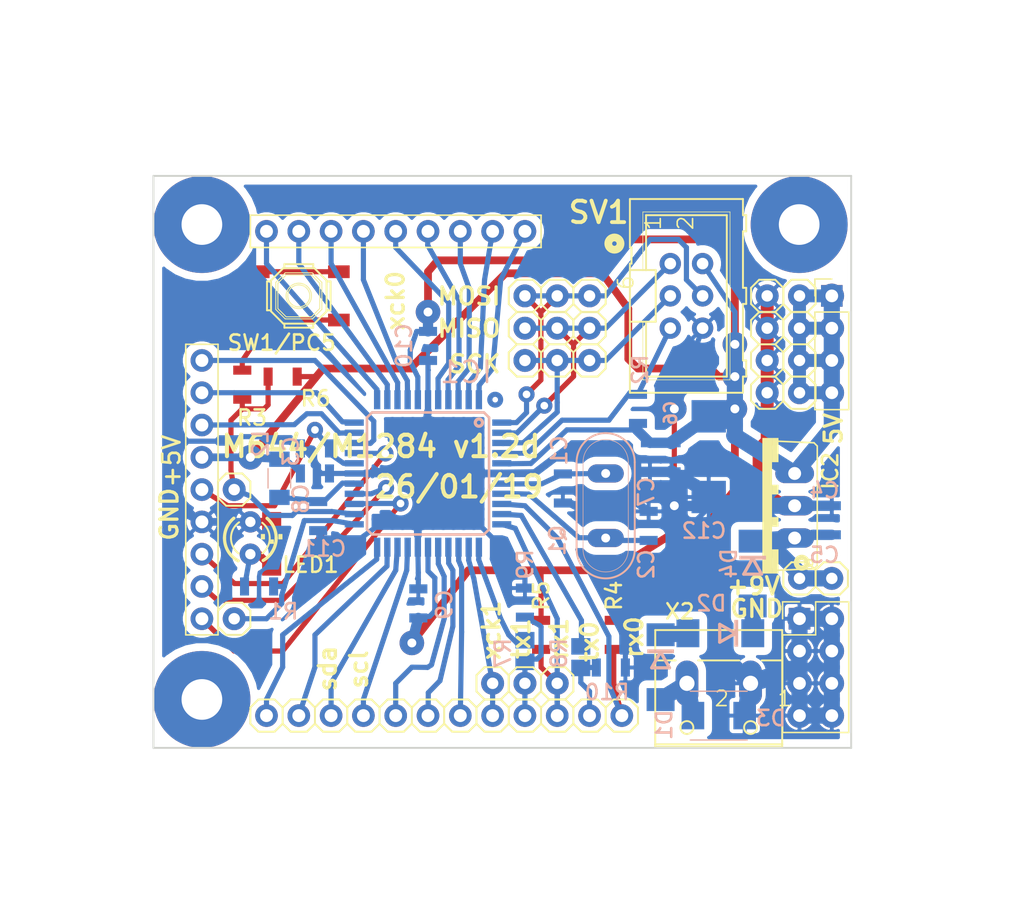
<source format=kicad_pcb>
(kicad_pcb (version 20171130) (host pcbnew "(5.0.2)-1")
  (title_block (title "M644/M1284 breakout  (Eagle 6.5 exported)") (date 2019-03-07) (rev v1.2d) (company "(c) Ibragimov M. Russia Togliatty"))
  (layers (0 Top signal) (31 Bottom signal) (34 B.Paste user) (35 F.Paste user) (36 B.SilkS user) (37 F.SilkS user) (38 B.Mask user) (39 F.Mask user) (44 Edge.Cuts user))
  (net 0 "")
  (net 1 GND)
  (net 2 VCC)
  (net 3 N$7)
  (net 4 N$8)
  (net 5 N$9)
  (net 6 /PB4)
  (net 7 /PB3)
  (net 8 /PB2)
  (net 9 /PB1)
  (net 10 /PB0)
  (net 11 /PA0)
  (net 12 /PA1)
  (net 13 /PA2)
  (net 14 /PA3)
  (net 15 /PA4)
  (net 16 /PA5)
  (net 17 /PA6)
  (net 18 /PA7)
  (net 19 /AREF)
  (net 20 "Net-(C11-PadP$1)")
  (net 21 /PC7)
  (net 22 /PC6)
  (net 23 /PC5)
  (net 24 /PC4)
  (net 25 /PC3)
  (net 26 /PC2)
  (net 27 /PC1)
  (net 28 /PC0)
  (net 29 /PD7)
  (net 30 /PD6)
  (net 31 /PD5)
  (net 32 /PD4)
  (net 33 /PD3)
  (net 34 /PD2)
  (net 35 /PD1)
  (net 36 /PD0)
  (net 37 "Net-(C2-PadP$1)")
  (net 38 "Net-(C1-PadP$1)")
  (net 39 /RESET)
  (net 40 /SCK)
  (net 41 /MISO)
  (net 42 /MOSI)
  (net 43 "Net-(C4-PadP$1)")
  (net 44 "Net-(LED1-PadA)")
  (net 45 /PD3')
  (net 46 /PD1')
  (net 47 "Net-(D1-PadA)")
  (net 48 "Net-(D1-PadC)")
  (net 49 "Net-(D2-PadC)")
  (net 50 "Net-(R3-PadP$1)")
  (module M644_breakout_v1.2d:SMBJ (layer Bottom) (at 165.6461 124.9636)
    (fp_text reference D3 (at 2.794 -0.5036) (layer B.SilkS) (effects (font (size 1.2065 1.2065) (thickness 0.2)) (justify right top mirror)))
    (fp_text value SM6T15CA)
    (pad A smd rect (at 2.04 0 180) (size 1.78 2.16) (layers Bottom B.Paste B.Mask) (net 1 GND))
    (pad C smd rect (at -2.03 0) (size 1.78 2.16) (layers Bottom B.Paste B.Mask) (net 47 "Net-(D1-PadA)"))
  )
  (module M644_breakout_v1.2d:DO214AA (layer Bottom) (at 161.0741 121.1536 270)
    (fp_text reference D1 (at 5.8464 0.4191 270) (layer B.SilkS) (effects (font (size 1.2065 1.2065) (thickness 0.2)) (justify right top mirror)))
    (fp_text value SM4007)
    (pad A smd rect (at 2.55 0 270) (size 1.8 2.2) (layers Bottom B.Paste B.Mask) (net 47 "Net-(D1-PadA)"))
    (pad C smd rect (at -2.55 0 270) (size 1.8 2.2) (layers Bottom B.Paste B.Mask) (net 48 "Net-(D1-PadC)"))
  )
  (module M644_breakout_v1.2d:DO214AA (layer Bottom) (at 165.7731 118.4866 180)
    (fp_text reference D2 (at -0.5969 1.6466) (layer B.SilkS) (effects (font (size 1.2065 1.2065) (thickness 0.2)) (justify left bottom mirror)))
    (fp_text value SM4007)
    (pad A smd rect (at 2.55 0 180) (size 1.8 2.2) (layers Bottom B.Paste B.Mask) (net 48 "Net-(D1-PadC)"))
    (pad C smd rect (at -2.55 0 180) (size 1.8 2.2) (layers Bottom B.Paste B.Mask) (net 49 "Net-(D2-PadC)"))
  )
  (module M644_breakout_v1.2d:DO214AA (layer Bottom) (at 168.3131 113.7876 270)
    (fp_text reference D4 (at 0.5124 2.5781 270) (layer B.SilkS) (effects (font (size 1.2065 1.2065) (thickness 0.2)) (justify right top mirror)))
    (fp_text value SM4007)
    (pad A smd rect (at 2.55 0 270) (size 1.8 2.2) (layers Bottom B.Paste B.Mask) (net 49 "Net-(D2-PadC)"))
    (pad C smd rect (at -2.55 0 270) (size 1.8 2.2) (layers Bottom B.Paste B.Mask) (net 43 "Net-(C4-PadP$1)"))
  )
  (module M644_breakout_v1.2d:D_7343-31R (layer Bottom) (at 164.8587 104.5928 90)
    (fp_text reference C12 (at -6.5322 1.5113 180) (layer B.SilkS) (effects (font (size 1.2065 1.2065) (thickness 0.2)) (justify left bottom mirror)))
    (fp_text value 100uF)
    (pad - smd rect (at -3.175 0 90) (size 2.55 2.7) (layers Bottom B.Paste B.Mask) (net 1 GND))
    (pad + smd rect (at 3.175 0 90) (size 2.55 2.7) (layers Bottom B.Paste B.Mask) (net 2 VCC))
  )
  (module M644_breakout_v1.2d:CHIPLED_1206 (layer Top) (at 130.4925 111.4508)
    (fp_text reference LED1_SMD1 hide)
    (fp_text value LED_RED/PC4/20)
    (pad A smd rect (at 0 1.75) (size 1.5 1.5) (layers Top F.Paste F.Mask) (net 44 "Net-(LED1-PadA)"))
    (pad C smd rect (at 0 -1.75) (size 1.5 1.5) (layers Top F.Paste F.Mask) (net 1 GND))
  )
  (module M644_breakout_v1.2d:L3216C (layer Bottom) (at 131.1021 106.2946 270)
    (fp_text reference L2 (at -1.5196 2.1971 90) (layer B.SilkS) (effects (font (size 1.2065 1.2065) (thickness 0.2)) (justify right top mirror)))
    (fp_text value 10uH)
    (pad 2 smd rect (at 1.5 0 270) (size 1.2 1.6) (layers Bottom B.Paste B.Mask) (net 20 "Net-(C11-PadP$1)"))
    (pad 1 smd rect (at -1.5 0 270) (size 1.2 1.6) (layers Bottom B.Paste B.Mask) (net 2 VCC))
  )
  (module M644_breakout_v1.2d:SW_TACT_SMALL (layer Top) (at 132.6261 91.9436 180)
    (fp_text reference SW1/PC5 (at -3.04 -2.9825) (layer F.SilkS) (effects (font (size 1.2065 1.2065) (thickness 0.2)) (justify right top)))
    (fp_text value SMD_TACT_4x4 hide)
    (pad 4 smd rect (at 3.15 1.9 270) (size 1 1.7) (layers Top F.Paste F.Mask) (net 1 GND))
    (pad 3 smd rect (at -3.15 1.9 270) (size 1 1.7) (layers Top F.Paste F.Mask) (net 1 GND))
    (pad 2 smd rect (at 3.15 -1.9 270) (size 1 1.7) (layers Top F.Paste F.Mask) (net 50 "Net-(R3-PadP$1)"))
    (pad 1 smd rect (at -3.15 -1.9 270) (size 1 1.7) (layers Top F.Paste F.Mask) (net 50 "Net-(R3-PadP$1)"))
  )
  (module M644_breakout_v1.2d:TO220V (layer Top) (at 169.0751 108.4536 90)
    (fp_text reference IC2 (at 1.1386 6.0452 90) (layer F.SilkS) (effects (font (size 1.2065 1.2065) (thickness 0.2)) (justify left bottom)))
    (fp_text value 78TV)
    (pad 3 thru_hole oval (at 2.54 2.54 180) (size 3.048 1.524) (drill 1.016) (layers *.Cu *.Mask) (net 2 VCC))
    (pad 2 thru_hole oval (at 0 2.54 180) (size 3.048 1.524) (drill 1.016) (layers *.Cu *.Mask) (net 1 GND))
    (pad 1 thru_hole oval (at -2.54 2.54 180) (size 3.048 1.524) (drill 1.016) (layers *.Cu *.Mask) (net 43 "Net-(C4-PadP$1)"))
  )
  (module M644_breakout_v1.2d:ML6 (layer Top) (at 163.1061 91.9436 270)
    (fp_text reference SV1 (at -5.5836 9.4361) (layer F.SilkS) (effects (font (size 1.6891 1.6891) (thickness 0.3)) (justify left bottom)))
    (fp_text value ISP_6PIN)
    (fp_text user 6 (at -0.381 4.064 270) (layer F.SilkS) (effects (font (size 1.2065 1.2065) (thickness 0.127)) (justify left bottom)))
    (fp_text user 2 (at -5.08 -0.635 270) (layer F.SilkS) (effects (font (size 1.2065 1.2065) (thickness 0.127)) (justify left bottom)))
    (fp_text user 1 (at -5.08 1.905 270) (layer F.SilkS) (effects (font (size 1.2065 1.2065) (thickness 0.127)) (justify left bottom)))
    (pad 6 thru_hole circle (at 2.54 -1.27 270) (size 1.6764 1.6764) (drill 0.9144) (layers *.Cu *.Mask) (net 1 GND))
    (pad 5 thru_hole circle (at 2.54 1.27 270) (size 1.6764 1.6764) (drill 0.9144) (layers *.Cu *.Mask) (net 39 /RESET))
    (pad 4 thru_hole circle (at 0 -1.27 270) (size 1.6764 1.6764) (drill 0.9144) (layers *.Cu *.Mask) (net 42 /MOSI))
    (pad 3 thru_hole circle (at 0 1.27 270) (size 1.6764 1.6764) (drill 0.9144) (layers *.Cu *.Mask) (net 40 /SCK))
    (pad 2 thru_hole circle (at -2.54 -1.27 270) (size 1.6764 1.6764) (drill 0.9144) (layers *.Cu *.Mask) (net 2 VCC))
    (pad 1 thru_hole circle (at -2.54 1.27 270) (size 1.6764 1.6764) (drill 0.9144) (layers *.Cu *.Mask) (net 41 /MISO))
  )
  (module M644_breakout_v1.2d:1X12 (layer Top) (at 144.0561 124.9636 180)
    (fp_text reference JP3 hide)
    (fp_text value PIN1x12)
    (pad 12 thru_hole circle (at 13.97 0 270) (size 1.778 1.778) (drill 1.016) (layers *.Cu *.Mask) (net 25 /PC3))
    (pad 11 thru_hole circle (at 11.43 0 270) (size 1.778 1.778) (drill 1.016) (layers *.Cu *.Mask) (net 26 /PC2))
    (pad 10 thru_hole circle (at 8.89 0 270) (size 1.778 1.778) (drill 1.016) (layers *.Cu *.Mask) (net 27 /PC1))
    (pad 9 thru_hole circle (at 6.35 0 270) (size 1.778 1.778) (drill 1.016) (layers *.Cu *.Mask) (net 28 /PC0))
    (pad 8 thru_hole circle (at 3.81 0 270) (size 1.778 1.778) (drill 1.016) (layers *.Cu *.Mask) (net 29 /PD7))
    (pad 7 thru_hole circle (at 1.27 0 270) (size 1.778 1.778) (drill 1.016) (layers *.Cu *.Mask) (net 30 /PD6))
    (pad 6 thru_hole circle (at -1.27 0 270) (size 1.778 1.778) (drill 1.016) (layers *.Cu *.Mask) (net 31 /PD5))
    (pad 5 thru_hole circle (at -3.81 0 270) (size 1.778 1.778) (drill 1.016) (layers *.Cu *.Mask) (net 32 /PD4))
    (pad 4 thru_hole circle (at -6.35 0 270) (size 1.778 1.778) (drill 1.016) (layers *.Cu *.Mask) (net 45 /PD3'))
    (pad 3 thru_hole circle (at -8.89 0 270) (size 1.778 1.778) (drill 1.016) (layers *.Cu *.Mask) (net 34 /PD2))
    (pad 2 thru_hole circle (at -11.43 0 270) (size 1.778 1.778) (drill 1.016) (layers *.Cu *.Mask) (net 46 /PD1'))
    (pad 1 thru_hole circle (at -13.97 0 270) (size 1.778 1.778) (drill 1.016) (layers *.Cu *.Mask) (net 36 /PD0))
  )
  (module M644_breakout_v1.2d:TQFP44 (layer Bottom) (at 142.7861 105.9136 180)
    (fp_text reference IC1 (at -5.1689 6.985) (layer B.SilkS) (effects (font (size 1.6891 1.6891) (thickness 0.2)) (justify left bottom mirror)))
    (fp_text value ATMEGA16/32/644/1284)
    (pad 44 smd rect (at -4 5.8 180) (size 0.5 1.5) (layers Bottom B.Paste B.Mask) (net 6 /PB4))
    (pad 43 smd rect (at -3.2 5.8 180) (size 0.5 1.5) (layers Bottom B.Paste B.Mask) (net 7 /PB3))
    (pad 42 smd rect (at -2.4 5.8 180) (size 0.5 1.5) (layers Bottom B.Paste B.Mask) (net 8 /PB2))
    (pad 41 smd rect (at -1.6 5.8 180) (size 0.5 1.5) (layers Bottom B.Paste B.Mask) (net 9 /PB1))
    (pad 40 smd rect (at -0.8 5.8 180) (size 0.5 1.5) (layers Bottom B.Paste B.Mask) (net 10 /PB0))
    (pad 39 smd rect (at 0 5.8 180) (size 0.5 1.5) (layers Bottom B.Paste B.Mask) (net 1 GND))
    (pad 38 smd rect (at 0.8 5.8 180) (size 0.5 1.5) (layers Bottom B.Paste B.Mask) (net 2 VCC))
    (pad 37 smd rect (at 1.6 5.8 180) (size 0.5 1.5) (layers Bottom B.Paste B.Mask) (net 11 /PA0))
    (pad 36 smd rect (at 2.4 5.8 180) (size 0.5 1.5) (layers Bottom B.Paste B.Mask) (net 12 /PA1))
    (pad 35 smd rect (at 3.2 5.8 180) (size 0.5 1.5) (layers Bottom B.Paste B.Mask) (net 13 /PA2))
    (pad 34 smd rect (at 4 5.8 180) (size 0.5 1.5) (layers Bottom B.Paste B.Mask) (net 14 /PA3))
    (pad 33 smd rect (at 5.8 4 180) (size 1.5 0.5) (layers Bottom B.Paste B.Mask) (net 15 /PA4))
    (pad 32 smd rect (at 5.8 3.2 180) (size 1.5 0.5) (layers Bottom B.Paste B.Mask) (net 16 /PA5))
    (pad 31 smd rect (at 5.8 2.4 180) (size 1.5 0.5) (layers Bottom B.Paste B.Mask) (net 17 /PA6))
    (pad 30 smd rect (at 5.8 1.6 180) (size 1.5 0.5) (layers Bottom B.Paste B.Mask) (net 18 /PA7))
    (pad 29 smd rect (at 5.8 0.8 180) (size 1.5 0.5) (layers Bottom B.Paste B.Mask) (net 19 /AREF))
    (pad 28 smd rect (at 5.8 0 180) (size 1.5 0.5) (layers Bottom B.Paste B.Mask) (net 1 GND))
    (pad 27 smd rect (at 5.8 -0.8 180) (size 1.5 0.5) (layers Bottom B.Paste B.Mask) (net 20 "Net-(C11-PadP$1)"))
    (pad 26 smd rect (at 5.8 -1.6 180) (size 1.5 0.5) (layers Bottom B.Paste B.Mask) (net 21 /PC7))
    (pad 25 smd rect (at 5.8 -2.4 180) (size 1.5 0.5) (layers Bottom B.Paste B.Mask) (net 22 /PC6))
    (pad 24 smd rect (at 5.8 -3.2 180) (size 1.5 0.5) (layers Bottom B.Paste B.Mask) (net 23 /PC5))
    (pad 23 smd rect (at 5.8 -4 180) (size 1.5 0.5) (layers Bottom B.Paste B.Mask) (net 24 /PC4))
    (pad 22 smd rect (at 4 -5.8 180) (size 0.5 1.5) (layers Bottom B.Paste B.Mask) (net 25 /PC3))
    (pad 21 smd rect (at 3.2 -5.8 180) (size 0.5 1.5) (layers Bottom B.Paste B.Mask) (net 26 /PC2))
    (pad 20 smd rect (at 2.4 -5.8 180) (size 0.5 1.5) (layers Bottom B.Paste B.Mask) (net 27 /PC1))
    (pad 19 smd rect (at 1.6 -5.8 180) (size 0.5 1.5) (layers Bottom B.Paste B.Mask) (net 28 /PC0))
    (pad 18 smd rect (at 0.8 -5.8 180) (size 0.5 1.5) (layers Bottom B.Paste B.Mask) (net 1 GND))
    (pad 17 smd rect (at 0 -5.8 180) (size 0.5 1.5) (layers Bottom B.Paste B.Mask) (net 2 VCC))
    (pad 16 smd rect (at -0.8 -5.8 180) (size 0.5 1.5) (layers Bottom B.Paste B.Mask) (net 29 /PD7))
    (pad 15 smd rect (at -1.6 -5.8 180) (size 0.5 1.5) (layers Bottom B.Paste B.Mask) (net 30 /PD6))
    (pad 14 smd rect (at -2.4 -5.8 180) (size 0.5 1.5) (layers Bottom B.Paste B.Mask) (net 31 /PD5))
    (pad 13 smd rect (at -3.2 -5.8 180) (size 0.5 1.5) (layers Bottom B.Paste B.Mask) (net 32 /PD4))
    (pad 12 smd rect (at -4 -5.8 180) (size 0.5 1.5) (layers Bottom B.Paste B.Mask) (net 33 /PD3))
    (pad 11 smd rect (at -5.8 -4 180) (size 1.5 0.5) (layers Bottom B.Paste B.Mask) (net 34 /PD2))
    (pad 10 smd rect (at -5.8 -3.2 180) (size 1.5 0.5) (layers Bottom B.Paste B.Mask) (net 35 /PD1))
    (pad 9 smd rect (at -5.8 -2.4 180) (size 1.5 0.5) (layers Bottom B.Paste B.Mask) (net 36 /PD0))
    (pad 8 smd rect (at -5.8 -1.6 180) (size 1.5 0.5) (layers Bottom B.Paste B.Mask) (net 37 "Net-(C2-PadP$1)"))
    (pad 7 smd rect (at -5.8 -0.8 180) (size 1.5 0.5) (layers Bottom B.Paste B.Mask) (net 38 "Net-(C1-PadP$1)"))
    (pad 6 smd rect (at -5.8 0 180) (size 1.5 0.5) (layers Bottom B.Paste B.Mask) (net 1 GND))
    (pad 5 smd rect (at -5.8 0.8 180) (size 1.5 0.5) (layers Bottom B.Paste B.Mask) (net 2 VCC))
    (pad 4 smd rect (at -5.8 1.6 180) (size 1.5 0.5) (layers Bottom B.Paste B.Mask) (net 39 /RESET))
    (pad 3 smd rect (at -5.8 2.4 180) (size 1.5 0.5) (layers Bottom B.Paste B.Mask) (net 40 /SCK))
    (pad 2 smd rect (at -5.8 3.2 180) (size 1.5 0.5) (layers Bottom B.Paste B.Mask) (net 41 /MISO))
    (pad 1 smd rect (at -5.8 4 180) (size 1.5 0.5) (layers Bottom B.Paste B.Mask) (net 42 /MOSI))
  )
  (module M644_breakout_v1.2d:R0805H (layer Bottom) (at 159.2961 100.8336 270)
    (fp_text reference R2 (at -1.7736 0.5461 90) (layer B.SilkS) (effects (font (size 1.2065 1.2065) (thickness 0.2)) (justify right top mirror)))
    (fp_text value 4.7KOm)
    (pad P$2 smd rect (at 1.143 0 180) (size 1.4224 0.7112) (layers Bottom B.Paste B.Mask) (net 2 VCC))
    (pad P$1 smd rect (at -1.143 0 180) (size 1.4224 0.7112) (layers Bottom B.Paste B.Mask) (net 39 /RESET))
  )
  (module M644_breakout_v1.2d:R0805H (layer Bottom) (at 129.5019 114.8036 180)
    (fp_text reference R1 (at -3.2131 -2.6714) (layer B.SilkS) (effects (font (size 1.2065 1.2065) (thickness 0.2)) (justify left bottom mirror)))
    (fp_text value 1Kom)
    (pad P$2 smd rect (at 1.143 0 90) (size 1.4224 0.7112) (layers Bottom B.Paste B.Mask) (net 44 "Net-(LED1-PadA)"))
    (pad P$1 smd rect (at -1.143 0 90) (size 1.4224 0.7112) (layers Bottom B.Paste B.Mask) (net 24 /PC4))
  )
  (module M644_breakout_v1.2d:R0805H (layer Top) (at 128.1811 98.9286 270)
    (fp_text reference R3 (at 3.3064 0.5461) (layer F.SilkS) (effects (font (size 1.2065 1.2065) (thickness 0.2)) (justify left bottom)))
    (fp_text value 510Om)
    (pad P$2 smd rect (at 1.143 0) (size 1.4224 0.7112) (layers Top F.Paste F.Mask) (net 23 /PC5))
    (pad P$1 smd rect (at -1.143 0) (size 1.4224 0.7112) (layers Top F.Paste F.Mask) (net 50 "Net-(R3-PadP$1)"))
  )
  (module M644_breakout_v1.2d:R0805H (layer Top) (at 157.3911 118.6136 90)
    (fp_text reference R4 (at 1.7736 0.7239 90) (layer F.SilkS) (effects (font (size 1.2065 1.2065) (thickness 0.2)) (justify left bottom)))
    (fp_text value 10KOm)
    (pad P$2 smd rect (at 1.143 0 180) (size 1.4224 0.7112) (layers Top F.Paste F.Mask) (net 2 VCC))
    (pad P$1 smd rect (at -1.143 0 180) (size 1.4224 0.7112) (layers Top F.Paste F.Mask) (net 36 /PD0))
  )
  (module M644_breakout_v1.2d:R0805H (layer Top) (at 151.6761 118.6136 90)
    (fp_text reference R5 (at 1.7736 0.7239 90) (layer F.SilkS) (effects (font (size 1.2065 1.2065) (thickness 0.2)) (justify left bottom)))
    (fp_text value 10KOm)
    (pad P$2 smd rect (at 1.143 0 180) (size 1.4224 0.7112) (layers Top F.Paste F.Mask) (net 2 VCC))
    (pad P$1 smd rect (at -1.143 0 180) (size 1.4224 0.7112) (layers Top F.Paste F.Mask) (net 34 /PD2))
  )
  (module M644_breakout_v1.2d:R0805H (layer Top) (at 131.3561 98.2936 180)
    (fp_text reference R6 (at -3.8989 -1.016) (layer F.SilkS) (effects (font (size 1.2065 1.2065) (thickness 0.2)) (justify right top)))
    (fp_text value 10kOm)
    (pad P$2 smd rect (at 1.143 0 270) (size 1.4224 0.7112) (layers Top F.Paste F.Mask) (net 23 /PC5))
    (pad P$1 smd rect (at -1.143 0 270) (size 1.4224 0.7112) (layers Top F.Paste F.Mask) (net 2 VCC))
  )
  (module M644_breakout_v1.2d:R0805H (layer Bottom) (at 150.4061 116.0736 90)
    (fp_text reference R9 (at 4.3136 0.7239 90) (layer B.SilkS) (effects (font (size 1.2065 1.2065) (thickness 0.2)) (justify left bottom mirror)))
    (fp_text value 2Kom)
    (pad P$2 smd rect (at 1.143 0) (size 1.4224 0.7112) (layers Bottom B.Paste B.Mask) (net 1 GND))
    (pad P$1 smd rect (at -1.143 0) (size 1.4224 0.7112) (layers Bottom B.Paste B.Mask) (net 45 /PD3'))
  )
  (module M644_breakout_v1.2d:R0805H (layer Bottom) (at 157.1625 121.179)
    (fp_text reference R10 (at 1.5875 2.646) (layer B.SilkS) (effects (font (size 1.2065 1.2065) (thickness 0.2)) (justify left bottom mirror)))
    (fp_text value 2Kom)
    (pad P$2 smd rect (at 1.143 0 270) (size 1.4224 0.7112) (layers Bottom B.Paste B.Mask) (net 1 GND))
    (pad P$1 smd rect (at -1.143 0 270) (size 1.4224 0.7112) (layers Bottom B.Paste B.Mask) (net 46 /PD1'))
  )
  (module M644_breakout_v1.2d:QS (layer Bottom) (at 156.7561 108.4536 90)
    (fp_text reference Q1 (at -1.4014 -3.0861 90) (layer B.SilkS) (effects (font (size 1.2065 1.2065) (thickness 0.2)) (justify left bottom mirror)))
    (fp_text value 16Mhz)
    (pad 2 thru_hole oval (at 2.54 0) (size 2.8448 1.4224) (drill 0.7) (layers *.Cu *.Mask) (net 38 "Net-(C1-PadP$1)"))
    (pad 1 thru_hole oval (at -2.54 0) (size 2.8448 1.4224) (drill 0.7) (layers *.Cu *.Mask) (net 37 "Net-(C2-PadP$1)"))
  )
  (module M644_breakout_v1.2d:C0805H (layer Bottom) (at 160.1343 110.0411 90)
    (fp_text reference C2 (at -1.7189 0.5207 90) (layer B.SilkS) (effects (font (size 1.2065 1.2065) (thickness 0.2)) (justify left bottom mirror)))
    (fp_text value 18pf)
    (pad P$2 smd rect (at 1.143 0) (size 1.4224 0.7112) (layers Bottom B.Paste B.Mask) (net 1 GND))
    (pad P$1 smd rect (at -1.143 0) (size 1.4224 0.7112) (layers Bottom B.Paste B.Mask) (net 37 "Net-(C2-PadP$1)"))
  )
  (module M644_breakout_v1.2d:C0805H (layer Bottom) (at 153.3906 107.0947 270)
    (fp_text reference C1 (at -1.6847 0.9906 90) (layer B.SilkS) (effects (font (size 1.2065 1.2065) (thickness 0.2)) (justify right top mirror)))
    (fp_text value 18pf)
    (pad P$2 smd rect (at 1.143 0 180) (size 1.4224 0.7112) (layers Bottom B.Paste B.Mask) (net 1 GND))
    (pad P$1 smd rect (at -1.143 0 180) (size 1.4224 0.7112) (layers Bottom B.Paste B.Mask) (net 38 "Net-(C1-PadP$1)"))
  )
  (module M644_breakout_v1.2d:C0805H (layer Bottom) (at 160.2359 104.6436 270)
    (fp_text reference C7 (at 1.4014 -0.4191 90) (layer B.SilkS) (effects (font (size 1.2065 1.2065) (thickness 0.2)) (justify left bottom mirror)))
    (fp_text value 0.1mF)
    (pad P$2 smd rect (at 1.143 0 180) (size 1.4224 0.7112) (layers Bottom B.Paste B.Mask) (net 1 GND))
    (pad P$1 smd rect (at -1.143 0 180) (size 1.4224 0.7112) (layers Bottom B.Paste B.Mask) (net 2 VCC))
  )
  (module M644_breakout_v1.2d:C0805H (layer Bottom) (at 133.8961 103.9451)
    (fp_text reference C3 (at -1.1811 -1.0751 -90) (layer B.SilkS) (effects (font (size 1.2065 1.2065) (thickness 0.2)) (justify left bottom mirror)))
    (fp_text value 0.1mF)
    (pad P$2 smd rect (at 1.143 0 270) (size 1.4224 0.7112) (layers Bottom B.Paste B.Mask) (net 19 /AREF))
    (pad P$1 smd rect (at -1.143 0 270) (size 1.4224 0.7112) (layers Bottom B.Paste B.Mask) (net 1 GND))
  )
  (module M644_breakout_v1.2d:C0805H (layer Bottom) (at 173.0883 109.5966 90)
    (fp_text reference C5 (at -3.4334 2.1717 180) (layer B.SilkS) (effects (font (size 1.2 1.2) (thickness 0.2)) (justify left bottom mirror)))
    (fp_text value 0.1mF)
    (pad P$2 smd rect (at 1.143 0) (size 1.4224 0.7112) (layers Bottom B.Paste B.Mask) (net 1 GND))
    (pad P$1 smd rect (at -1.143 0) (size 1.4224 0.7112) (layers Bottom B.Paste B.Mask) (net 43 "Net-(C4-PadP$1)"))
  )
  (module M644_breakout_v1.2d:LED3MM (layer Top) (at 128.8161 110.9936 90)
    (fp_text reference LED1 (at -1.4014 7.0739) (layer F.SilkS) (effects (font (size 1.2065 1.2065) (thickness 0.2)) (justify right top)))
    (fp_text value LED_RED/PC4/20)
    (pad K thru_hole circle (at 1.27 0 90) (size 1.6764 1.6764) (drill 0.8128) (layers *.Cu *.Mask) (net 1 GND))
    (pad A thru_hole circle (at -1.27 0 90) (size 1.6764 1.6764) (drill 0.8128) (layers *.Cu *.Mask) (net 44 "Net-(LED1-PadA)"))
  )
  (module M644_breakout_v1.2d:C0805H (layer Bottom) (at 133.8961 105.9136 180)
    (fp_text reference C8 (at 1.8161 -3.3064 270) (layer B.SilkS) (effects (font (size 1.2065 1.2065) (thickness 0.2)) (justify right top mirror)))
    (fp_text value 0.1mF)
    (pad P$2 smd rect (at 1.143 0 90) (size 1.4224 0.7112) (layers Bottom B.Paste B.Mask) (net 2 VCC))
    (pad P$1 smd rect (at -1.143 0 90) (size 1.4224 0.7112) (layers Bottom B.Paste B.Mask) (net 1 GND))
  )
  (module M644_breakout_v1.2d:C0805H (layer Bottom) (at 142.0241 116.1371 270)
    (fp_text reference C9 (at -1.2021 -2.7559 270) (layer B.SilkS) (effects (font (size 1.2065 1.2065) (thickness 0.2)) (justify left bottom mirror)))
    (fp_text value 0.1mF)
    (pad P$2 smd rect (at 1.143 0 180) (size 1.4224 0.7112) (layers Bottom B.Paste B.Mask) (net 2 VCC))
    (pad P$1 smd rect (at -1.143 0 180) (size 1.4224 0.7112) (layers Bottom B.Paste B.Mask) (net 1 GND))
  )
  (module M644_breakout_v1.2d:C0805H (layer Bottom) (at 142.7861 95.8806 90)
    (fp_text reference C10 (at 1.9006 -1.1811 90) (layer B.SilkS) (effects (font (size 1.2065 1.2065) (thickness 0.2)) (justify left bottom mirror)))
    (fp_text value 0.1mF)
    (pad P$2 smd rect (at 1.143 0) (size 1.4224 0.7112) (layers Bottom B.Paste B.Mask) (net 2 VCC))
    (pad P$1 smd rect (at -1.143 0) (size 1.4224 0.7112) (layers Bottom B.Paste B.Mask) (net 1 GND))
  )
  (module M644_breakout_v1.2d:C0805H (layer Bottom) (at 134.1501 109.2664 270)
    (fp_text reference C11 (at 1.8586 1.4351 180) (layer B.SilkS) (effects (font (size 1.2065 1.2065) (thickness 0.2)) (justify right top mirror)))
    (fp_text value 0.1mF)
    (pad P$2 smd rect (at 1.143 0 180) (size 1.4224 0.7112) (layers Bottom B.Paste B.Mask) (net 1 GND))
    (pad P$1 smd rect (at -1.143 0 180) (size 1.4224 0.7112) (layers Bottom B.Paste B.Mask) (net 20 "Net-(C11-PadP$1)"))
  )
  (module M644_breakout_v1.2d:1X09-BIG (layer Top) (at 140.2461 86.8636 180)
    (fp_text reference JP1 hide)
    (fp_text value PIN1x9)
    (pad 9 thru_hole circle (at 10.16 0 270) (size 1.778 1.778) (drill 1.016) (layers *.Cu *.Mask) (net 14 /PA3))
    (pad 8 thru_hole circle (at 7.62 0 270) (size 1.778 1.778) (drill 1.016) (layers *.Cu *.Mask) (net 13 /PA2))
    (pad 7 thru_hole circle (at 5.08 0 270) (size 1.778 1.778) (drill 1.016) (layers *.Cu *.Mask) (net 12 /PA1))
    (pad 6 thru_hole circle (at 2.54 0 270) (size 1.778 1.778) (drill 1.016) (layers *.Cu *.Mask) (net 11 /PA0))
    (pad 5 thru_hole circle (at 0 0 270) (size 1.778 1.778) (drill 1.016) (layers *.Cu *.Mask) (net 10 /PB0))
    (pad 4 thru_hole circle (at -2.54 0 270) (size 1.778 1.778) (drill 1.016) (layers *.Cu *.Mask) (net 9 /PB1))
    (pad 3 thru_hole circle (at -5.08 0 270) (size 1.778 1.778) (drill 1.016) (layers *.Cu *.Mask) (net 8 /PB2))
    (pad 2 thru_hole circle (at -7.62 0 270) (size 1.778 1.778) (drill 1.016) (layers *.Cu *.Mask) (net 7 /PB3))
    (pad 1 thru_hole circle (at -10.16 0 270) (size 1.778 1.778) (drill 1.016) (layers *.Cu *.Mask) (net 6 /PB4))
  )
  (module M644_breakout_v1.2d:1X09-BIG (layer Top) (at 125.0061 107.1836 270)
    (fp_text reference JP2 hide)
    (fp_text value PIN1x9)
    (pad 9 thru_hole circle (at 10.16 0) (size 1.778 1.778) (drill 1.016) (layers *.Cu *.Mask) (net 22 /PC6))
    (pad 8 thru_hole circle (at 7.62 0) (size 1.778 1.778) (drill 1.016) (layers *.Cu *.Mask) (net 21 /PC7))
    (pad 7 thru_hole circle (at 5.08 0) (size 1.778 1.778) (drill 1.016) (layers *.Cu *.Mask) (net 18 /PA7))
    (pad 6 thru_hole circle (at 2.54 0) (size 1.778 1.778) (drill 1.016) (layers *.Cu *.Mask) (net 1 GND))
    (pad 5 thru_hole circle (at 0 0) (size 1.778 1.778) (drill 1.016) (layers *.Cu *.Mask) (net 19 /AREF))
    (pad 4 thru_hole circle (at -2.54 0) (size 1.778 1.778) (drill 1.016) (layers *.Cu *.Mask) (net 2 VCC))
    (pad 3 thru_hole circle (at -5.08 0) (size 1.778 1.778) (drill 1.016) (layers *.Cu *.Mask) (net 16 /PA5))
    (pad 2 thru_hole circle (at -7.62 0) (size 1.778 1.778) (drill 1.016) (layers *.Cu *.Mask) (net 15 /PA4))
    (pad 1 thru_hole circle (at -10.16 0) (size 1.778 1.778) (drill 1.016) (layers *.Cu *.Mask) (net 17 /PA6))
  )
  (module M644_breakout_v1.2d:C0805H (layer Bottom) (at 174.5361 109.5966 90)
    (fp_text reference C4 (at 1.6466 0.7239 180) (layer B.SilkS) (effects (font (size 1.2065 1.2065) (thickness 0.2)) (justify left bottom mirror)))
    (fp_text value 10uF)
    (pad P$2 smd rect (at 1.143 0) (size 1.4224 0.7112) (layers Bottom B.Paste B.Mask) (net 1 GND))
    (pad P$1 smd rect (at -1.143 0) (size 1.4224 0.7112) (layers Bottom B.Paste B.Mask) (net 43 "Net-(C4-PadP$1)"))
  )
  (module M644_breakout_v1.2d:C0805H (layer Bottom) (at 161.9377 104.6436 270)
    (fp_text reference C6 (at -2.4086 0.6477 270) (layer B.SilkS) (effects (font (size 0.9652 0.9652) (thickness 0.2)) (justify right top mirror)))
    (fp_text value 22uF)
    (pad P$2 smd rect (at 1.143 0 180) (size 1.4224 0.7112) (layers Bottom B.Paste B.Mask) (net 1 GND))
    (pad P$1 smd rect (at -1.143 0 180) (size 1.4224 0.7112) (layers Bottom B.Paste B.Mask) (net 2 VCC))
  )
  (module M644_breakout_v1.2d:W237-102 (layer Top) (at 165.6461 123.6936 180)
    (fp_text reference X2 (at 1.778 7.62) (layer F.SilkS) (effects (font (size 1.2065 1.2065) (thickness 0.2)) (justify right top)))
    (fp_text value DG300-5.0-02P-12)
    (fp_text user 2 (at 0.421 -0.635 180) (layer F.SilkS) (effects (font (size 1.2065 1.2065) (thickness 0.127)) (justify left bottom)))
    (fp_text user 1 (at -4.532 -0.635 180) (layer F.SilkS) (effects (font (size 1.2065 1.2065) (thickness 0.127)) (justify left bottom)))
    (pad 2 thru_hole oval (at 2.5 1.27 270) (size 3.5814 1.7907) (drill 1.1938) (layers *.Cu *.Mask) (net 47 "Net-(D1-PadA)"))
    (pad 1 thru_hole oval (at -2.5 1.27 270) (size 3.5814 1.7907) (drill 1.1938) (layers *.Cu *.Mask) (net 1 GND))
  )
  (module M644_breakout_v1.2d:1X01 (layer Top) (at 150.4061 97.0236)
    (fp_text reference JP4 hide)
    (fp_text value PINx1)
    (pad 1 thru_hole circle (at 0 0) (size 1.8 1.8) (drill 0.9) (layers *.Cu *.Mask) (net 40 /SCK))
  )
  (module M644_breakout_v1.2d:1X01 (layer Top) (at 152.9461 97.0236)
    (fp_text reference JP5 hide)
    (fp_text value PINx1)
    (pad 1 thru_hole circle (at 0 0) (size 1.8 1.8) (drill 0.9) (layers *.Cu *.Mask) (net 40 /SCK))
  )
  (module M644_breakout_v1.2d:1X01 (layer Top) (at 152.9461 94.4836)
    (fp_text reference JP6 hide)
    (fp_text value PINx1)
    (pad 1 thru_hole circle (at 0 0) (size 1.8 1.8) (drill 0.9) (layers *.Cu *.Mask) (net 41 /MISO))
  )
  (module M644_breakout_v1.2d:1X01 (layer Top) (at 150.4061 94.4836)
    (fp_text reference JP7 hide)
    (fp_text value PINx1)
    (pad 1 thru_hole circle (at 0 0) (size 1.8 1.8) (drill 0.9) (layers *.Cu *.Mask) (net 41 /MISO))
  )
  (module M644_breakout_v1.2d:1X01 (layer Top) (at 150.4061 91.9436)
    (fp_text reference JP8 hide)
    (fp_text value PINx1)
    (pad 1 thru_hole circle (at 0 0) (size 1.8 1.8) (drill 0.9) (layers *.Cu *.Mask) (net 42 /MOSI))
  )
  (module M644_breakout_v1.2d:1X01 (layer Top) (at 152.9461 91.9436)
    (fp_text reference JP9 hide)
    (fp_text value PINx1)
    (pad 1 thru_hole circle (at 0 0) (size 1.8 1.8) (drill 0.9) (layers *.Cu *.Mask) (net 42 /MOSI))
  )
  (module M644_breakout_v1.2d:1X01 (layer Top) (at 155.4861 97.0236)
    (fp_text reference JP11 hide)
    (fp_text value PINx1)
    (pad 1 thru_hole circle (at 0 0) (size 1.8 1.8) (drill 0.9) (layers *.Cu *.Mask) (net 40 /SCK))
  )
  (module M644_breakout_v1.2d:1X01 (layer Top) (at 155.4861 94.4836)
    (fp_text reference JP12 hide)
    (fp_text value PINx1)
    (pad 1 thru_hole circle (at 0 0) (size 1.8 1.8) (drill 0.9) (layers *.Cu *.Mask) (net 41 /MISO))
  )
  (module M644_breakout_v1.2d:1X01 (layer Top) (at 155.4861 91.9436)
    (fp_text reference JP13 hide)
    (fp_text value PINx1)
    (pad 1 thru_hole circle (at 0 0) (size 1.8 1.8) (drill 0.9) (layers *.Cu *.Mask) (net 42 /MOSI))
  )
  (module M644_breakout_v1.2d:1X01 (layer Top) (at 171.9961 91.9436)
    (fp_text reference JP14 hide)
    (fp_text value PINx1)
    (pad 1 thru_hole circle (at 0 0) (size 1.8 1.8) (drill 0.9) (layers *.Cu *.Mask) (net 2 VCC))
  )
  (module M644_breakout_v1.2d:1X01 (layer Top) (at 171.9961 94.4836)
    (fp_text reference JP15 hide)
    (fp_text value PINx1)
    (pad 1 thru_hole circle (at 0 0) (size 1.8 1.8) (drill 0.9) (layers *.Cu *.Mask) (net 2 VCC))
  )
  (module M644_breakout_v1.2d:1X01 (layer Top) (at 171.9961 97.0236)
    (fp_text reference JP16 hide)
    (fp_text value PINx1)
    (pad 1 thru_hole circle (at 0 0) (size 1.8 1.8) (drill 0.9) (layers *.Cu *.Mask) (net 2 VCC))
  )
  (module M644_breakout_v1.2d:1X01 (layer Top) (at 171.9961 99.5636)
    (fp_text reference JP17 hide)
    (fp_text value PINx1)
    (pad 1 thru_hole circle (at 0 0) (size 1.8 1.8) (drill 0.9) (layers *.Cu *.Mask) (net 2 VCC))
  )
  (module M644_breakout_v1.2d:1X01 (layer Top) (at 169.4561 91.9436)
    (fp_text reference JP19 hide)
    (fp_text value PINx1)
    (pad 1 thru_hole circle (at 0 0) (size 1.8 1.8) (drill 0.9) (layers *.Cu *.Mask) (net 1 GND))
  )
  (module M644_breakout_v1.2d:1X01 (layer Top) (at 169.4561 94.4836)
    (fp_text reference JP20 hide)
    (fp_text value PINx1)
    (pad 1 thru_hole circle (at 0 0) (size 1.8 1.8) (drill 0.9) (layers *.Cu *.Mask) (net 1 GND))
  )
  (module M644_breakout_v1.2d:1X01 (layer Top) (at 169.4561 97.0236)
    (fp_text reference JP21 hide)
    (fp_text value PINx1)
    (pad 1 thru_hole circle (at 0 0) (size 1.8 1.8) (drill 0.9) (layers *.Cu *.Mask) (net 1 GND))
  )
  (module M644_breakout_v1.2d:1X01 (layer Top) (at 169.4561 99.5636)
    (fp_text reference JP22 hide)
    (fp_text value PINx1)
    (pad 1 thru_hole circle (at 0 0) (size 1.8 1.8) (drill 0.9) (layers *.Cu *.Mask) (net 1 GND))
  )
  (module M644_breakout_v1.2d:1X01 (layer Top) (at 152.9461 122.4236)
    (fp_text reference JP24 hide)
    (fp_text value PINx1)
    (pad 1 thru_hole circle (at 0 0) (size 1.8 1.8) (drill 0.9) (layers *.Cu *.Mask) (net 34 /PD2))
  )
  (module M644_breakout_v1.2d:1X01 (layer Top) (at 150.4061 122.4236)
    (fp_text reference JP25 hide)
    (fp_text value PINx1)
    (pad 1 thru_hole circle (at 0 0) (size 1.8 1.8) (drill 0.9) (layers *.Cu *.Mask) (net 45 /PD3'))
  )
  (module M644_breakout_v1.2d:1X01 (layer Top) (at 147.8661 122.4236)
    (fp_text reference JP26 hide)
    (fp_text value PINx1)
    (pad 1 thru_hole circle (at 0 0) (size 1.8 1.8) (drill 0.9) (layers *.Cu *.Mask) (net 32 /PD4))
  )
  (module M644_breakout_v1.2d:1X01 (layer Top) (at 127.5461 107.1836)
    (fp_text reference JP27 hide)
    (fp_text value PINx1)
    (pad 1 thru_hole circle (at 0 0) (size 1.8 1.8) (drill 0.9) (layers *.Cu *.Mask) (net 23 /PC5))
  )
  (module M644_breakout_v1.2d:1X01 (layer Top) (at 127.5461 117.3436)
    (fp_text reference JP28 hide)
    (fp_text value PINx1)
    (pad 1 thru_hole circle (at 0 0) (size 1.8 1.8) (drill 0.9) (layers *.Cu *.Mask) (net 24 /PC4))
  )
  (module M644_breakout_v1.2d:1X01 (layer Top) (at 171.9961 114.1686)
    (fp_text reference JP10 hide)
    (fp_text value PINx1)
    (pad 1 thru_hole circle (at 0 0) (size 1.8 1.8) (drill 0.9) (layers *.Cu *.Mask) (net 43 "Net-(C4-PadP$1)"))
  )
  (module M644_breakout_v1.2d:1X01 (layer Top) (at 174.5361 114.1686)
    (fp_text reference JP29 hide)
    (fp_text value PINx1)
    (pad 1 thru_hole circle (at 0 0) (size 1.8 1.8) (drill 0.9) (layers *.Cu *.Mask) (net 43 "Net-(C4-PadP$1)"))
  )
  (module M644_breakout_v1.2d:R0805 (layer Bottom) (at 150.4061 119.8836 270)
    (fp_text reference R7 (at -1.1386 1.016 270) (layer B.SilkS) (effects (font (size 1.2065 1.2065) (thickness 0.2)) (justify left bottom mirror)))
    (fp_text value 1Kom)
    (pad 2 smd rect (at 0.85 0 270) (size 1.3 1.5) (layers Bottom B.Paste B.Mask) (net 45 /PD3'))
    (pad 1 smd rect (at -0.85 0 270) (size 1.3 1.5) (layers Bottom B.Paste B.Mask) (net 33 /PD3))
  )
  (module M644_breakout_v1.2d:R0805 (layer Bottom) (at 154.8003 120.3662 270)
    (fp_text reference R8 (at -1.6212 1.016 270) (layer B.SilkS) (effects (font (size 1.2065 1.2065) (thickness 0.2)) (justify left bottom mirror)))
    (fp_text value 1Kom)
    (pad 2 smd rect (at 0.85 0 270) (size 1.3 1.5) (layers Bottom B.Paste B.Mask) (net 46 /PD1'))
    (pad 1 smd rect (at -0.85 0 270) (size 1.3 1.5) (layers Bottom B.Paste B.Mask) (net 35 /PD1))
  )
  (module Pin_Headers:Pin_Header_Straight_2x04_Pitch2.54mm (layer Top) (at 171.9961 117.3436)
    (fp_text reference REF** hide)
    (fp_text value Pin_Header_Straight_2x04_Pitch2.54mm)
    (pad 1 thru_hole rect (at 0 0) (size 1.7 1.7) (drill 1) (layers *.Cu *.Mask) (net 1 GND))
    (pad 2 thru_hole oval (at 2.54 0) (size 1.7 1.7) (drill 1) (layers *.Cu *.Mask) (net 1 GND))
    (pad 3 thru_hole oval (at 0 2.54) (size 1.7 1.7) (drill 1) (layers *.Cu *.Mask) (net 1 GND))
    (pad 4 thru_hole oval (at 2.54 2.54) (size 1.7 1.7) (drill 1) (layers *.Cu *.Mask) (net 1 GND))
    (pad 5 thru_hole oval (at 0 5.08) (size 1.7 1.7) (drill 1) (layers *.Cu *.Mask) (net 1 GND))
    (pad 6 thru_hole oval (at 2.54 5.08) (size 1.7 1.7) (drill 1) (layers *.Cu *.Mask) (net 1 GND))
    (pad 7 thru_hole oval (at 0 7.62) (size 1.7 1.7) (drill 1) (layers *.Cu *.Mask) (net 1 GND))
    (pad 8 thru_hole oval (at 2.54 7.62) (size 1.7 1.7) (drill 1) (layers *.Cu *.Mask) (net 1 GND))
  )
  (module Pin_Headers:Pin_Header_Straight_1x04_Pitch2.54mm (layer Top) (at 174.5361 91.9436)
    (fp_text reference REF** hide)
    (fp_text value Pin_Header_Straight_1x04_Pitch2.54mm)
    (pad 1 thru_hole rect (at 0 0) (size 1.7 1.7) (drill 1) (layers *.Cu *.Mask) (net 2 VCC))
    (pad 2 thru_hole oval (at 0 2.54) (size 1.7 1.7) (drill 1) (layers *.Cu *.Mask) (net 2 VCC))
    (pad 3 thru_hole oval (at 0 5.08) (size 1.7 1.7) (drill 1) (layers *.Cu *.Mask) (net 2 VCC))
    (pad 4 thru_hole oval (at 0 7.62) (size 1.7 1.7) (drill 1) (layers *.Cu *.Mask) (net 2 VCC))
  )
  (gr_line (start 121.1961 127.5036) (end 176.0601 127.5036) (layer Edge.Cuts) (width 0.15))
  (gr_line (start 176.0601 127.5036) (end 176.0601 82.5036) (layer Edge.Cuts) (width 0.15))
  (gr_line (start 176.0601 82.5036) (end 121.1961 82.5036) (layer Edge.Cuts) (width 0.15))
  (gr_line (start 121.1961 82.5036) (end 121.1961 127.5036) (layer Edge.Cuts) (width 0.15))
  (gr_circle (center 148.0693 100.1097) (end 148.4952 100.1097) (layer Bottom) (width 0.4064))
  (gr_circle (center 157.4419 87.8288) (end 157.9251 87.8288) (layer F.SilkS) (width 0.6096))
  (gr_circle (center 172.1739 112.9367) (end 172.5998 112.9367) (layer F.SilkS) (width 0.4064))
  (gr_text "M644/M1284 v1.2d" (at 126.365 104.775) (layer F.SilkS) (effects (font (size 1.6891 1.6891) (thickness 0.32004)) (justify left bottom)))
  (gr_text 26/01/19 (at 138.43 107.95) (layer F.SilkS) (effects (font (size 1.6891 1.6891) (thickness 0.32004)) (justify left bottom)))
  (gr_text rx0 (at 158.2039 117.0134 90) (layer F.SilkS) (effects (font (size 1.35128 1.35128) (thickness 0.256032)) (justify right top)))
  (gr_text tx0 (at 154.6987 117.3944 90) (layer F.SilkS) (effects (font (size 1.35128 1.35128) (thickness 0.256032)) (justify right top)))
  (gr_text tx1 (at 149.3139 117.1658 90) (layer F.SilkS) (effects (font (size 1.35128 1.35128) (thickness 0.256032)) (justify right top)))
  (gr_text rx1 (at 153.8859 120.6964 90) (layer F.SilkS) (effects (font (size 1.35128 1.35128) (thickness 0.256032)) (justify left bottom)))
  (gr_text xck1 (at 146.9771 115.7688 90) (layer F.SilkS) (effects (font (size 1.35128 1.35128) (thickness 0.256032)) (justify right top)))
  (gr_text xck0 (at 139.4333 89.8354 90) (layer F.SilkS) (effects (font (size 1.35128 1.35128) (thickness 0.256032)) (justify right top)))
  (gr_text scl (at 138.1379 122.9824 90) (layer F.SilkS) (effects (font (size 1.35128 1.35128) (thickness 0.256032)) (justify left bottom)))
  (gr_text sda (at 134.0993 119.3248 90) (layer F.SilkS) (effects (font (size 1.35128 1.35128) (thickness 0.256032)) (justify right top)))
  (gr_text 5V (at 173.8757 101.0114 90) (layer F.SilkS) (effects (font (size 1.35128 1.35128) (thickness 0.256032)) (justify right top)))
  (gr_text GND (at 166.4081 117.3436) (layer F.SilkS) (effects (font (size 1.35128 1.35128) (thickness 0.256032)) (justify left bottom)))
  (gr_text +5V (at 121.8311 102.7386 90) (layer F.SilkS) (effects (font (size 1.35128 1.35128) (thickness 0.21336)) (justify right top)))
  (gr_text GND (at 123.2281 111.3492 90) (layer F.SilkS) (effects (font (size 1.35128 1.35128) (thickness 0.256032)) (justify left bottom)))
  (gr_text MOSI (at 148.6281 91.1816) (layer F.SilkS) (effects (font (size 1.35128 1.35128) (thickness 0.256032)) (justify right top)))
  (gr_text MISO (at 148.6281 93.7216) (layer F.SilkS) (effects (font (size 1.35128 1.35128) (thickness 0.256032)) (justify right top)))
  (gr_text SCK (at 148.6281 96.5156) (layer F.SilkS) (effects (font (size 1.35128 1.35128) (thickness 0.256032)) (justify right top)))
  (gr_text +9V (at 166.1541 115.5656) (layer F.SilkS) (effects (font (size 1.35128 1.35128) (thickness 0.256032)) (justify left bottom)))
  (segment (start 141.9785 109.5968) (end 141.986 110.7904) (width 0.6096) (layer Bottom) (net 1))
  (segment (start 141.9479 105.9136) (end 141.9785 109.5968) (width 0.4064) (layer Bottom) (net 1))
  (segment (start 137.8712 105.9136) (end 141.9479 105.9136) (width 0.6096) (layer Bottom) (net 1))
  (segment (start 142.6591 106.0406) (end 142.6591 105.9136) (width 0.4064) (layer Bottom) (net 1))
  (segment (start 142.6591 105.9136) (end 142.6591 101.9131) (width 0.4064) (layer Bottom) (net 1))
  (segment (start 142.6591 101.9131) (end 142.7861 101.0241) (width 0.6096) (layer Bottom) (net 1))
  (segment (start 141.9479 105.9136) (end 142.6591 106.0406) (width 0.4064) (layer Bottom) (net 1))
  (segment (start 137.5156 110.9936) (end 134.3406 110.9936) (width 0.4064) (layer Bottom) (net 1))
  (segment (start 139.4206 109.5966) (end 137.5156 110.9936) (width 0.4064) (layer Bottom) (net 1))
  (segment (start 141.9785 109.5968) (end 141.9606 109.5966) (width 0.4064) (layer Bottom) (net 1))
  (segment (start 141.9606 109.5966) (end 139.4206 109.5966) (width 0.4064) (layer Bottom) (net 1))
  (segment (start 155.1686 108.8981) (end 153.9748 108.2631) (width 0.6096) (layer Bottom) (net 1))
  (segment (start 157.5181 108.8981) (end 155.1686 108.8981) (width 0.6096) (layer Bottom) (net 1))
  (segment (start 151.1681 105.8882) (end 154.0891 103.6911) (width 0.6096) (layer Bottom) (net 1))
  (segment (start 154.0891 103.6911) (end 157.7255 103.687) (width 0.6096) (layer Bottom) (net 1))
  (segment (start 157.7255 103.687) (end 159.2072 104.9061) (width 0.6096) (layer Bottom) (net 1))
  (segment (start 148.5861 105.9136) (end 151.1681 105.8882) (width 0.6096) (layer Bottom) (net 1))
  (segment (start 141.9861 111.7136) (end 142.0241 113.7241) (width 0.4064) (layer Bottom) (net 1))
  (segment (start 141.9606 111.6881) (end 141.9861 111.7136) (width 0.4064) (layer Bottom) (net 1))
  (segment (start 141.986 110.7904) (end 141.9606 111.6881) (width 0.4064) (layer Bottom) (net 1))
  (segment (start 142.0241 113.7241) (end 142.0241 114.9941) (width 0.4064) (layer Bottom) (net 1))
  (segment (start 142.7861 100.1136) (end 142.7861 97.0236) (width 0.4064) (layer Bottom) (net 1))
  (segment (start 142.7861 101.0241) (end 142.7861 100.1136) (width 0.4064) (layer Bottom) (net 1))
  (segment (start 142.6591 105.9136) (end 143.4211 105.9136) (width 0.6096) (layer Bottom) (net 1))
  (segment (start 143.4211 105.9136) (end 148.5861 105.9136) (width 0.6096) (layer Bottom) (net 1))
  (segment (start 153.9748 108.2631) (end 153.6954 108.1615) (width 0.4064) (layer Bottom) (net 1))
  (segment (start 153.9748 108.2631) (end 153.3906 108.2377) (width 0.4064) (layer Bottom) (net 1))
  (segment (start 136.9861 105.9136) (end 137.8712 105.9136) (width 0.381) (layer Bottom) (net 1))
  (segment (start 162.1536 100.8336) (end 164.3761 94.4836) (width 0.4064) (layer Bottom) (net 1))
  (segment (start 135.0391 105.9136) (end 136.9861 105.9136) (width 0.4064) (layer Bottom) (net 1))
  (segment (start 132.7531 103.9451) (end 132.9436 103.9451) (width 0.4064) (layer Bottom) (net 1))
  (segment (start 132.9436 103.9451) (end 133.7691 104.7706) (width 0.4064) (layer Bottom) (net 1))
  (segment (start 133.7691 104.7706) (end 133.7691 105.2786) (width 0.4064) (layer Bottom) (net 1))
  (segment (start 133.7691 105.2786) (end 134.4041 105.9136) (width 0.4064) (layer Bottom) (net 1))
  (segment (start 134.4041 105.9136) (end 135.0391 105.9136) (width 0.4064) (layer Bottom) (net 1))
  (segment (start 134.3406 110.9936) (end 134.3406 110.5491) (width 0.4064) (layer Bottom) (net 1))
  (segment (start 134.3406 110.5491) (end 134.1501 110.4094) (width 0.4064) (layer Bottom) (net 1))
  (segment (start 168.1861 108.4536) (end 171.6151 108.4536) (width 1.27) (layer Bottom) (net 1))
  (segment (start 174.5361 124.9636) (end 174.5361 122.4236) (width 1.27) (layer Bottom) (net 1))
  (segment (start 174.5361 119.8836) (end 174.5361 122.4236) (width 1.27) (layer Bottom) (net 1))
  (segment (start 174.5361 117.3436) (end 174.5361 119.8836) (width 1.27) (layer Bottom) (net 1))
  (segment (start 162.1536 108.4536) (end 162.1536 100.8336) (width 0.4064) (layer Top) (net 1))
  (segment (start 125.0061 109.7236) (end 122.4661 108.4536) (width 0.6096) (layer Bottom) (net 1))
  (segment (start 122.4661 108.4536) (end 122.4661 104.6436) (width 0.6096) (layer Bottom) (net 1))
  (segment (start 122.4661 104.6436) (end 123.7361 103.3736) (width 0.6096) (layer Bottom) (net 1))
  (segment (start 123.7361 103.3736) (end 127.5461 103.3736) (width 0.4064) (layer Bottom) (net 1))
  (segment (start 127.5461 103.3736) (end 128.1557 103.018) (width 0.4064) (layer Bottom) (net 1))
  (segment (start 128.1557 103.018) (end 129.5527 103.018) (width 0.4064) (layer Bottom) (net 1))
  (segment (start 129.5527 103.018) (end 130.1369 103.4244) (width 0.4064) (layer Bottom) (net 1))
  (segment (start 130.1369 103.4244) (end 131.9149 103.4498) (width 0.4064) (layer Bottom) (net 1))
  (segment (start 131.9149 103.4498) (end 132.7531 103.9451) (width 0.4064) (layer Bottom) (net 1))
  (segment (start 125.0061 109.7236) (end 128.8161 109.7236) (width 0.6096) (layer Bottom) (net 1))
  (segment (start 158.6611 107.8186) (end 157.5181 108.8981) (width 0.6096) (layer Bottom) (net 1))
  (segment (start 159.2498 107.1848) (end 158.6611 107.8186) (width 0.6096) (layer Bottom) (net 1))
  (segment (start 158.6611 107.8186) (end 160.1343 108.8981) (width 0.6096) (layer Bottom) (net 1))
  (segment (start 159.2072 104.9061) (end 159.2498 104.9061) (width 0.6096) (layer Bottom) (net 1))
  (segment (start 159.2498 104.9061) (end 159.2498 105.7866) (width 0.6096) (layer Bottom) (net 1))
  (segment (start 159.2498 105.7866) (end 159.2498 105.9136) (width 0.6096) (layer Bottom) (net 1))
  (segment (start 159.2498 105.9136) (end 159.2498 107.1848) (width 0.6096) (layer Bottom) (net 1))
  (segment (start 159.2498 105.7866) (end 160.2359 105.7866) (width 0.8128) (layer Bottom) (net 1))
  (segment (start 159.2498 105.7866) (end 159.2498 105.9136) (width 0.8128) (layer Bottom) (net 1))
  (segment (start 122.4661 108.4536) (end 122.4661 92.0736) (width 0.4064) (layer Top) (net 1))
  (segment (start 122.4661 92.0736) (end 123.104 91.4386) (width 0.4064) (layer Top) (net 1))
  (segment (start 122.4661 108.4536) (end 125.0061 109.7236) (width 0.4064) (layer Top) (net 1))
  (segment (start 171.6151 108.4536) (end 170.7261 108.4536) (width 0.8128) (layer Top) (net 1))
  (segment (start 171.9961 124.9636) (end 174.5361 124.9636) (width 1.27) (layer Bottom) (net 1))
  (segment (start 171.9961 119.8836) (end 171.9961 117.3436) (width 1.27) (layer Bottom) (net 1))
  (segment (start 171.9961 121.1536) (end 171.9961 122.4236) (width 1.27) (layer Bottom) (net 1))
  (segment (start 171.9961 121.1536) (end 171.9961 119.8836) (width 1.27) (layer Bottom) (net 1))
  (segment (start 171.9961 122.4236) (end 171.9961 124.9636) (width 1.27) (layer Bottom) (net 1))
  (segment (start 171.9961 117.3436) (end 174.5361 117.3436) (width 1.27) (layer Bottom) (net 1))
  (segment (start 168.1461 122.4236) (end 167.6861 124.9636) (width 1.27) (layer Bottom) (net 1))
  (segment (start 168.1461 122.4236) (end 171.9961 121.1536) (width 1.4224) (layer Bottom) (net 1))
  (segment (start 168.1861 108.4536) (end 165.6461 109.4696) (width 1.27) (layer Bottom) (net 1))
  (segment (start 165.6461 109.4696) (end 165.6461 119.8836) (width 1.27) (layer Bottom) (net 1))
  (segment (start 165.6461 119.8836) (end 168.1461 122.4236) (width 1.27) (layer Bottom) (net 1))
  (segment (start 165.6461 108.4536) (end 168.1861 108.4536) (width 1.27) (layer Bottom) (net 1))
  (segment (start 164.8587 107.7678) (end 165.3316 108.1797) (width 1.27) (layer Bottom) (net 1))
  (segment (start 165.3316 108.1797) (end 165.6461 108.4536) (width 1.27) (layer Bottom) (net 1))
  (segment (start 164.3761 107.1836) (end 165.1381 107.3868) (width 1.27) (layer Bottom) (net 1))
  (segment (start 165.1381 107.3868) (end 164.8587 107.7678) (width 1.27) (layer Bottom) (net 1))
  (segment (start 161.9377 105.7866) (end 164.3761 107.1836) (width 1.016) (layer Bottom) (net 1))
  (segment (start 150.4061 114.1686) (end 150.4061 114.9306) (width 0.4064) (layer Bottom) (net 1))
  (segment (start 148.5011 112.2636) (end 150.4061 114.1686) (width 0.4064) (layer Bottom) (net 1))
  (segment (start 148.5011 111.6286) (end 148.5011 112.2636) (width 0.4064) (layer Bottom) (net 1))
  (segment (start 143.4211 106.5486) (end 148.5011 111.6286) (width 0.4064) (layer Bottom) (net 1))
  (segment (start 143.4211 105.9136) (end 143.4211 106.5486) (width 0.4064) (layer Bottom) (net 1))
  (segment (start 158.3055 115.1592) (end 158.3055 121.179) (width 0.4064) (layer Bottom) (net 1))
  (segment (start 165.0111 108.4536) (end 164.8523 108.6124) (width 0.4064) (layer Bottom) (net 1))
  (segment (start 164.8523 108.6124) (end 158.3055 115.1592) (width 0.4064) (layer Bottom) (net 1))
  (segment (start 165.0577 108.4536) (end 165.0111 108.4536) (width 0.4064) (layer Bottom) (net 1))
  (segment (start 165.3316 108.1797) (end 165.0577 108.4536) (width 0.4064) (layer Bottom) (net 1))
  (segment (start 170.7261 108.4536) (end 168.8211 107.1836) (width 1.016) (layer Top) (net 1))
  (segment (start 168.8211 107.1836) (end 168.8211 104.0086) (width 1.016) (layer Top) (net 1))
  (segment (start 168.8211 104.0086) (end 169.4561 103.3736) (width 1.016) (layer Top) (net 1))
  (segment (start 169.4561 103.3736) (end 169.4561 99.5636) (width 1.016) (layer Top) (net 1))
  (segment (start 169.4561 99.5636) (end 169.4561 97.0236) (width 1.016) (layer Top) (net 1))
  (segment (start 169.4561 97.0236) (end 169.4561 94.4836) (width 1.016) (layer Top) (net 1))
  (segment (start 169.4561 94.4836) (end 169.4561 91.9436) (width 1.016) (layer Top) (net 1))
  (segment (start 160.2359 105.7866) (end 161.9377 105.7866) (width 0.8128) (layer Bottom) (net 1))
  (segment (start 164.0967 108.479) (end 162.1536 108.4536) (width 0.8128) (layer Bottom) (net 1))
  (segment (start 164.8523 108.6124) (end 164.0967 108.479) (width 0.8128) (layer Bottom) (net 1))
  (segment (start 171.6151 108.4536) (end 173.0883 108.4536) (width 0.8128) (layer Bottom) (net 1))
  (segment (start 173.0883 108.4536) (end 174.5361 108.4536) (width 0.8128) (layer Bottom) (net 1))
  (segment (start 128.8161 109.7262) (end 130.4925 109.7008) (width 0.6096) (layer Top) (net 1))
  (segment (start 128.8161 109.7236) (end 128.8161 109.7262) (width 0.6096) (layer Top) (net 1))
  (via (at 174.5361 119.8836) (size 1.9304) (drill 0.9) (layers Top Bottom) (net 1))
  (via (at 174.5361 122.4236) (size 1.9304) (drill 0.9) (layers Top Bottom) (net 1))
  (via (at 174.5361 124.9636) (size 1.9304) (drill 0.9) (layers Top Bottom) (net 1))
  (via (at 174.5361 117.3436) (size 1.9304) (drill 0.9) (layers Top Bottom) (net 1))
  (via (at 162.1536 108.4536) (size 1.9304) (drill 0.7) (layers Top Bottom) (net 1))
  (via (at 162.1536 100.8336) (size 1.9304) (drill 0.7) (layers Top Bottom) (net 1))
  (via (at 171.9961 124.9636) (size 1.9304) (drill 0.9) (layers Top Bottom) (net 1))
  (via (at 171.9961 122.4236) (size 1.9304) (drill 0.9) (layers Top Bottom) (net 1))
  (via (at 171.9961 119.8836) (size 1.9304) (drill 0.9) (layers Top Bottom) (net 1))
  (via (at 171.9961 117.3436) (size 1.9304) (drill 0.9) (layers Top Bottom) (net 1))
  (segment (start 135.7761 90.0436) (end 129.4761 90.0436) (width 0.4064) (layer Top) (net 1))
  (segment (start 127.710506 91.459194) (end 127.5461 91.459194) (width 0.4064) (layer Top) (net 1))
  (segment (start 129.1261 90.0436) (end 127.710506 91.459194) (width 0.4064) (layer Top) (net 1))
  (segment (start 129.4761 90.0436) (end 129.1261 90.0436) (width 0.4064) (layer Top) (net 1))
  (segment (start 123.104 91.4386) (end 127.5461 91.459194) (width 0.4064) (layer Top) (net 1))
  (segment (start 142.7861 113.5971) (end 142.7861 111.7136) (width 0.4064) (layer Bottom) (net 2))
  (segment (start 141.3891 96.2108) (end 141.3891 97.0998) (width 0.4064) (layer Bottom) (net 2))
  (segment (start 141.3891 97.0998) (end 141.9861 98.3316) (width 0.4064) (layer Bottom) (net 2))
  (segment (start 141.9861 98.3316) (end 141.9861 100.1136) (width 0.4064) (layer Bottom) (net 2))
  (segment (start 142.0241 117.2801) (end 142.9131 117.1531) (width 0.4064) (layer Bottom) (net 2))
  (segment (start 142.9131 117.1531) (end 143.2624 116.8038) (width 0.4064) (layer Bottom) (net 2))
  (segment (start 143.2624 116.8038) (end 143.3195 116.6451) (width 0.4064) (layer Bottom) (net 2))
  (segment (start 143.3195 116.6451) (end 143.3195 114.1686) (width 0.4064) (layer Bottom) (net 2))
  (segment (start 143.3195 114.1686) (end 143.3322 114.1432) (width 0.4064) (layer Bottom) (net 2))
  (segment (start 143.3322 114.1432) (end 142.7861 113.5971) (width 0.4064) (layer Bottom) (net 2))
  (segment (start 141.8971 94.7376) (end 141.3891 96.2108) (width 0.4064) (layer Bottom) (net 2))
  (segment (start 142.7861 94.7376) (end 141.8971 94.7376) (width 0.4064) (layer Bottom) (net 2))
  (segment (start 142.7861 93.2136) (end 142.7861 94.7376) (width 0.8128) (layer Bottom) (net 2))
  (segment (start 141.5161 119.2486) (end 142.0241 117.2801) (width 0.8128) (layer Bottom) (net 2))
  (segment (start 142.7861 93.2136) (end 142.9766 93.1501) (width 0.381) (layer Bottom) (net 2))
  (segment (start 143.2624 116.8038) (end 143.2941 116.8356) (width 0.381) (layer Bottom) (net 2))
  (segment (start 131.1021 104.7946) (end 131.8881 105.0486) (width 0.4064) (layer Bottom) (net 2))
  (segment (start 131.8881 105.0486) (end 132.7531 105.9136) (width 0.4064) (layer Bottom) (net 2))
  (segment (start 166.9161 102.9926) (end 166.8653 102.9164) (width 1.27) (layer Bottom) (net 2))
  (segment (start 166.8653 102.9164) (end 171.6151 105.9136) (width 1.27) (layer Bottom) (net 2))
  (segment (start 166.9161 98.2936) (end 166.9161 95.7536) (width 1.27) (layer Bottom) (net 2))
  (segment (start 166.9161 98.2936) (end 166.9161 100.8336) (width 1.27) (layer Bottom) (net 2))
  (segment (start 166.9161 100.8336) (end 166.9161 102.1036) (width 1.27) (layer Bottom) (net 2))
  (segment (start 166.9161 102.1036) (end 166.9161 102.9926) (width 1.27) (layer Bottom) (net 2))
  (segment (start 174.5361 94.4836) (end 174.5361 91.9436) (width 1.27) (layer Bottom) (net 2))
  (segment (start 174.5361 97.0236) (end 174.5361 94.4836) (width 1.27) (layer Bottom) (net 2))
  (segment (start 174.5361 102.3576) (end 174.5361 99.5636) (width 1.27) (layer Bottom) (net 2))
  (segment (start 171.6151 105.9136) (end 174.5361 102.3576) (width 1.27) (layer Bottom) (net 2))
  (segment (start 174.5361 99.5636) (end 174.5361 97.0236) (width 1.27) (layer Bottom) (net 2))
  (segment (start 128.8161 104.6436) (end 131.1021 104.7946) (width 0.6096) (layer Bottom) (net 2))
  (segment (start 125.0061 104.6436) (end 128.8161 104.6436) (width 0.6096) (layer Bottom) (net 2))
  (segment (start 166.9161 95.7536) (end 166.9161 91.9436) (width 0.6096) (layer Top) (net 2))
  (segment (start 165.6461 87.4986) (end 165.7304 87.4986) (width 0.6096) (layer Top) (net 2))
  (segment (start 128.8161 104.6436) (end 134.5311 97.6586) (width 0.6096) (layer Top) (net 2))
  (segment (start 166.9161 100.8336) (end 166.9161 102.1036) (width 0.6096) (layer Top) (net 2))
  (segment (start 166.9161 102.1036) (end 166.9161 102.7386) (width 0.6096) (layer Top) (net 2))
  (segment (start 166.9161 102.7386) (end 166.9161 107.1836) (width 0.6096) (layer Top) (net 2))
  (segment (start 166.9161 107.1836) (end 164.3761 110.3586) (width 0.6096) (layer Top) (net 2))
  (segment (start 164.3761 110.3586) (end 162.4711 110.3586) (width 0.6096) (layer Top) (net 2))
  (segment (start 162.4711 110.3586) (end 157.3911 113.5336) (width 0.6096) (layer Top) (net 2))
  (segment (start 157.3911 113.5336) (end 151.6761 113.5336) (width 0.6096) (layer Top) (net 2))
  (segment (start 151.6761 113.5336) (end 145.9611 113.5336) (width 0.6096) (layer Top) (net 2))
  (segment (start 145.9611 113.5336) (end 141.5161 119.2486) (width 0.6096) (layer Top) (net 2))
  (segment (start 159.2915 101.9766) (end 159.2961 101.9766) (width 0.4064) (layer Bottom) (net 2))
  (segment (start 159.2153 102.4945) (end 159.2915 101.9766) (width 0.4064) (layer Bottom) (net 2))
  (segment (start 166.9161 93.2136) (end 164.3761 89.4036) (width 0.4064) (layer Bottom) (net 2))
  (segment (start 166.9161 95.7536) (end 166.9161 93.2136) (width 0.4064) (layer Bottom) (net 2))
  (segment (start 151.6761 113.5336) (end 151.6761 117.4706) (width 0.4064) (layer Top) (net 2))
  (segment (start 157.3911 113.5336) (end 157.3911 117.4706) (width 0.4064) (layer Top) (net 2))
  (segment (start 134.5311 97.6586) (end 133.8961 98.2936) (width 0.4064) (layer Top) (net 2))
  (segment (start 133.8961 98.2936) (end 132.4991 98.2936) (width 0.4064) (layer Top) (net 2))
  (segment (start 166.9161 102.1036) (end 164.8587 101.4178) (width 1.016) (layer Bottom) (net 2))
  (segment (start 174.5361 91.9436) (end 171.9961 91.9436) (width 1.016) (layer Bottom) (net 2))
  (segment (start 171.9961 94.4836) (end 171.9961 91.9436) (width 1.016) (layer Bottom) (net 2))
  (segment (start 171.9961 97.0236) (end 171.9961 94.4836) (width 1.016) (layer Bottom) (net 2))
  (segment (start 174.5361 94.4836) (end 171.9961 94.4836) (width 1.016) (layer Bottom) (net 2))
  (segment (start 174.5361 97.0236) (end 171.9961 97.0236) (width 1.016) (layer Bottom) (net 2))
  (segment (start 166.9161 91.9436) (end 166.9161 88.7686) (width 0.6096) (layer Top) (net 2))
  (segment (start 166.9161 88.7686) (end 165.6461 87.4986) (width 0.6096) (layer Top) (net 2))
  (segment (start 171.9961 99.5636) (end 171.9961 97.0236) (width 1.016) (layer Bottom) (net 2))
  (segment (start 174.5361 99.5636) (end 171.9961 99.5636) (width 1.016) (layer Bottom) (net 2))
  (segment (start 160.2359 103.5006) (end 159.2153 102.4945) (width 0.8128) (layer Bottom) (net 2))
  (segment (start 164.8587 101.4178) (end 161.9377 103.5006) (width 1.016) (layer Bottom) (net 2))
  (segment (start 161.9377 103.5006) (end 160.2359 103.5006) (width 0.8128) (layer Bottom) (net 2))
  (via (at 142.7861 93.2136) (size 1.9304) (drill 0.7) (layers Top Bottom) (net 2))
  (via (at 141.5161 119.2486) (size 1.9304) (drill 0.7) (layers Top Bottom) (net 2))
  (via (at 128.8161 104.6436) (size 1.9304) (drill 0.7) (layers Top Bottom) (net 2))
  (via (at 166.9161 100.8336) (size 1.9304) (drill 0.7) (layers Top Bottom) (net 2))
  (via (at 166.9161 98.2936) (size 1.9304) (drill 0.7) (layers Top Bottom) (net 2))
  (via (at 166.9161 95.7536) (size 1.9304) (drill 0.7) (layers Top Bottom) (net 2))
  (via (at 174.5361 94.4836) (size 1.9304) (drill 0.9) (layers Top Bottom) (net 2))
  (via (at 174.5361 97.0236) (size 1.9304) (drill 0.9) (layers Top Bottom) (net 2))
  (via (at 174.5361 99.5636) (size 1.9304) (drill 0.9) (layers Top Bottom) (net 2))
  (via (at 174.5361 91.9436) (size 1.9304) (drill 0.9) (layers Top Bottom) (net 2))
  (segment (start 142.7861 90.0386) (end 142.7861 93.2136) (width 0.6096) (layer Top) (net 2))
  (segment (start 143.5481 89.1496) (end 142.7861 90.0386) (width 0.6096) (layer Top) (net 2))
  (segment (start 150.9141 89.1496) (end 143.5481 89.1496) (width 0.6096) (layer Top) (net 2))
  (segment (start 165.6461 87.4986) (end 153.5811 87.4986) (width 0.6096) (layer Top) (net 2))
  (segment (start 153.5811 87.4986) (end 150.9141 89.1496) (width 0.6096) (layer Top) (net 2))
  (segment (start 165.6461 98.2936) (end 166.9161 98.2936) (width 0.6096) (layer Top) (net 2))
  (segment (start 165.0111 97.6586) (end 165.6461 98.2936) (width 0.6096) (layer Top) (net 2))
  (segment (start 159.2961 97.6586) (end 165.0111 97.6586) (width 0.6096) (layer Top) (net 2))
  (segment (start 158.5341 96.8966) (end 159.2961 97.6586) (width 0.6096) (layer Top) (net 2))
  (segment (start 158.5341 92.9596) (end 158.5341 96.8966) (width 0.6096) (layer Top) (net 2))
  (segment (start 156.5021 90.1656) (end 158.5341 92.9596) (width 0.6096) (layer Top) (net 2))
  (segment (start 134.5311 97.6586) (end 141.5161 97.6586) (width 0.6096) (layer Top) (net 2))
  (segment (start 141.5161 97.5316) (end 148.8821 90.1656) (width 0.6096) (layer Top) (net 2))
  (segment (start 141.5161 97.6586) (end 141.5161 97.5316) (width 0.6096) (layer Top) (net 2))
  (segment (start 148.8821 90.1656) (end 156.5021 90.1656) (width 0.6096) (layer Top) (net 2))
  (segment (start 149.1361 105.1516) (end 148.5861 105.1136) (width 0.4064) (layer Bottom) (net 2))
  (segment (start 150.876 105.1262) (end 149.1361 105.1516) (width 0.4064) (layer Bottom) (net 2))
  (segment (start 159.2153 102.4945) (end 153.7081 102.4846) (width 0.4064) (layer Bottom) (net 2))
  (segment (start 153.7081 102.4846) (end 150.876 105.1262) (width 0.4064) (layer Bottom) (net 2))
  (via (at 125.0061 86.3302) (size 7.62) (drill 3.2) (layers Top Bottom) (net 3))
  (via (at 125.0061 123.6936) (size 7.62) (drill 3.2) (layers Top Bottom) (net 4))
  (via (at 171.9707 86.3302) (size 7.62) (drill 3.2) (layers Top Bottom) (net 5))
  (segment (start 148.5011 90.6736) (end 150.4061 86.8636) (width 0.4064) (layer Bottom) (net 6))
  (segment (start 147.8661 97.6586) (end 148.5011 90.6736) (width 0.4064) (layer Bottom) (net 6))
  (segment (start 146.7861 100.1136) (end 146.8115 98.9672) (width 0.4064) (layer Bottom) (net 6))
  (segment (start 146.8115 98.9672) (end 147.8661 97.6586) (width 0.4064) (layer Bottom) (net 6))
  (segment (start 147.2311 90.6736) (end 147.8661 86.8636) (width 0.4064) (layer Bottom) (net 7))
  (segment (start 146.9009 97.6078) (end 147.2311 90.6736) (width 0.4064) (layer Bottom) (net 7))
  (segment (start 145.9861 100.1136) (end 145.9865 98.8016) (width 0.4064) (layer Bottom) (net 7))
  (segment (start 145.9865 98.8016) (end 146.9009 97.6078) (width 0.4064) (layer Bottom) (net 7))
  (segment (start 145.3261 89.4036) (end 145.3261 86.8636) (width 0.4064) (layer Bottom) (net 8))
  (segment (start 146.0373 91.3848) (end 145.3261 89.4036) (width 0.4064) (layer Bottom) (net 8))
  (segment (start 146.0373 91.3594) (end 146.0373 91.3848) (width 0.4064) (layer Bottom) (net 8))
  (segment (start 146.0119 97.6332) (end 146.0373 91.3594) (width 0.4064) (layer Bottom) (net 8))
  (segment (start 145.1861 100.1136) (end 145.1483 98.7) (width 0.4064) (layer Bottom) (net 8))
  (segment (start 145.1483 98.7) (end 146.0119 97.6332) (width 0.4064) (layer Bottom) (net 8))
  (segment (start 142.7607 87.9558) (end 142.7861 86.8636) (width 0.4064) (layer Bottom) (net 9))
  (segment (start 145.2245 92.2992) (end 142.7607 87.9558) (width 0.4064) (layer Bottom) (net 9))
  (segment (start 145.2245 97.43) (end 145.2245 92.2992) (width 0.4064) (layer Bottom) (net 9))
  (segment (start 144.3861 100.1136) (end 144.3609 98.5476) (width 0.4064) (layer Bottom) (net 9))
  (segment (start 144.3609 98.5476) (end 145.2245 97.43) (width 0.4064) (layer Bottom) (net 9))
  (segment (start 140.2461 88.1336) (end 140.2461 86.8636) (width 0.4064) (layer Bottom) (net 10))
  (segment (start 144.4117 92.477) (end 140.2461 88.1336) (width 0.4064) (layer Bottom) (net 10))
  (segment (start 144.4117 97.2522) (end 144.4117 92.477) (width 0.4064) (layer Bottom) (net 10))
  (segment (start 143.5861 100.1136) (end 143.5735 98.446) (width 0.4064) (layer Bottom) (net 10))
  (segment (start 143.5735 98.446) (end 144.4117 97.2522) (width 0.4064) (layer Bottom) (net 10))
  (segment (start 137.7061 90.6736) (end 137.7061 86.8636) (width 0.4064) (layer Bottom) (net 11))
  (segment (start 140.2461 97.0236) (end 137.7061 90.6736) (width 0.4064) (layer Bottom) (net 11))
  (segment (start 141.1861 100.1136) (end 141.1605 98.6238) (width 0.4064) (layer Bottom) (net 11))
  (segment (start 141.1605 98.6238) (end 140.2461 97.0236) (width 0.4064) (layer Bottom) (net 11))
  (segment (start 135.1661 89.4036) (end 135.1661 86.8636) (width 0.4064) (layer Bottom) (net 12))
  (segment (start 140.3861 100.1136) (end 140.3985 98.7762) (width 0.4064) (layer Bottom) (net 12))
  (segment (start 140.3985 98.7762) (end 135.1661 89.4036) (width 0.4064) (layer Bottom) (net 12))
  (segment (start 132.6261 89.4036) (end 132.6261 86.8636) (width 0.4064) (layer Bottom) (net 13))
  (segment (start 139.5861 100.1136) (end 139.5857 98.9286) (width 0.4064) (layer Bottom) (net 13))
  (segment (start 139.5857 98.9286) (end 132.6261 89.4036) (width 0.4064) (layer Bottom) (net 13))
  (segment (start 130.0861 89.4036) (end 130.0861 86.8636) (width 0.4064) (layer Bottom) (net 14))
  (segment (start 138.7861 100.1136) (end 138.7729 99.3096) (width 0.4064) (layer Bottom) (net 14))
  (segment (start 138.7729 99.3096) (end 130.0861 89.4036) (width 0.4064) (layer Bottom) (net 14))
  (segment (start 127.5461 99.5636) (end 134.0231 99.5636) (width 0.4064) (layer Bottom) (net 15))
  (segment (start 134.0231 99.5636) (end 136.0551 101.8496) (width 0.4064) (layer Bottom) (net 15))
  (segment (start 136.0551 101.8496) (end 136.9861 101.9136) (width 0.4064) (layer Bottom) (net 15))
  (segment (start 125.0061 99.5636) (end 127.5461 99.5636) (width 0.4064) (layer Bottom) (net 15))
  (segment (start 132.2705 102.0782) (end 133.2611 101.2146) (width 0.4064) (layer Bottom) (net 16))
  (segment (start 133.2611 101.2146) (end 134.4041 101.2146) (width 0.4064) (layer Bottom) (net 16))
  (segment (start 134.4041 101.2146) (end 135.8011 102.7386) (width 0.4064) (layer Bottom) (net 16))
  (segment (start 135.8011 102.7386) (end 136.9861 102.7136) (width 0.4064) (layer Bottom) (net 16))
  (segment (start 125.0061 102.1036) (end 132.2705 102.0782) (width 0.4064) (layer Bottom) (net 16))
  (segment (start 138.2586 103.545) (end 136.9861 103.5136) (width 0.4064) (layer Bottom) (net 17))
  (segment (start 138.5189 103.2911) (end 138.2586 103.545) (width 0.4064) (layer Bottom) (net 17))
  (segment (start 138.5189 101.7988) (end 138.5189 103.2911) (width 0.4064) (layer Bottom) (net 17))
  (segment (start 133.8961 97.0236) (end 138.5189 101.7988) (width 0.4064) (layer Bottom) (net 17))
  (segment (start 125.0061 97.0236) (end 133.8961 97.0236) (width 0.4064) (layer Bottom) (net 17))
  (segment (start 139.4333 104.3388) (end 136.9861 104.3136) (width 0.4064) (layer Bottom) (net 18))
  (segment (start 125.0061 112.2636) (end 127.5715 114.575) (width 0.4064) (layer Top) (net 18))
  (segment (start 127.5715 114.575) (end 131.3815 114.575) (width 0.4064) (layer Top) (net 18))
  (segment (start 131.3815 114.575) (end 139.4333 104.3388) (width 0.4064) (layer Top) (net 18))
  (via (at 139.4333 104.3388) (size 1.27) (drill 0.6) (layers Top Bottom) (net 18))
  (segment (start 136.1441 105.1136) (end 136.9861 105.1136) (width 0.4064) (layer Bottom) (net 19))
  (segment (start 135.2931 104.5166) (end 136.1441 105.1136) (width 0.4064) (layer Bottom) (net 19))
  (segment (start 135.1661 104.0721) (end 135.2931 104.5166) (width 0.4064) (layer Bottom) (net 19))
  (segment (start 135.0391 103.9451) (end 135.1661 104.0721) (width 0.4064) (layer Bottom) (net 19))
  (segment (start 133.8961 102.4846) (end 135.0391 103.9451) (width 0.4064) (layer Bottom) (net 19))
  (segment (start 125.0061 107.1836) (end 127.0381 108.4536) (width 0.4064) (layer Top) (net 19))
  (segment (start 127.0381 108.4536) (end 130.7211 108.4536) (width 0.4064) (layer Top) (net 19))
  (segment (start 130.7211 108.4536) (end 133.8961 102.4846) (width 0.4064) (layer Top) (net 19))
  (via (at 133.8961 102.4846) (size 1.27) (drill 0.6) (layers Top Bottom) (net 19))
  (segment (start 131.1021 107.7946) (end 134.1261 108.0486) (width 0.4064) (layer Bottom) (net 20))
  (segment (start 134.1261 108.0486) (end 134.1501 108.1234) (width 0.4064) (layer Bottom) (net 20))
  (segment (start 134.1501 108.1234) (end 134.6581 108.0726) (width 0.4064) (layer Bottom) (net 20))
  (segment (start 134.6581 108.0726) (end 136.0551 106.6756) (width 0.4064) (layer Bottom) (net 20))
  (segment (start 136.0551 106.6756) (end 136.9481 106.6756) (width 0.4064) (layer Bottom) (net 20))
  (segment (start 136.9481 106.6756) (end 136.9861 106.7136) (width 0.4064) (layer Bottom) (net 20))
  (segment (start 139.4841 107.0566) (end 138.3157 107.5138) (width 0.4064) (layer Bottom) (net 21))
  (segment (start 138.3157 107.5138) (end 136.9861 107.5136) (width 0.4064) (layer Bottom) (net 21))
  (segment (start 132.5753 114.6258) (end 139.4841 107.0566) (width 0.4064) (layer Top) (net 21))
  (segment (start 126.2507 115.8958) (end 125.0061 114.8036) (width 0.4064) (layer Top) (net 21))
  (segment (start 126.2507 115.8958) (end 131.3307 115.8958) (width 0.4064) (layer Top) (net 21))
  (segment (start 131.3307 115.8958) (end 132.5753 114.6258) (width 0.4064) (layer Top) (net 21))
  (via (at 139.4841 107.0566) (size 1.27) (drill 0.6) (layers Top Bottom) (net 21))
  (segment (start 140.6271 108.2758) (end 138.4427 108.2758) (width 0.4064) (layer Bottom) (net 22))
  (segment (start 138.4427 108.2758) (end 136.9861 108.3136) (width 0.4064) (layer Bottom) (net 22))
  (segment (start 125.0061 117.3436) (end 127.5461 119.8836) (width 0.4064) (layer Top) (net 22))
  (segment (start 127.5461 119.8836) (end 130.0861 119.8836) (width 0.4064) (layer Top) (net 22))
  (segment (start 130.0861 119.8836) (end 131.3561 119.8836) (width 0.4064) (layer Top) (net 22))
  (segment (start 131.3561 119.8836) (end 140.6271 108.2758) (width 0.4064) (layer Top) (net 22))
  (via (at 140.6271 108.2758) (size 1.27) (drill 0.6) (layers Top Bottom) (net 22))
  (segment (start 128.1811 100.8336) (end 128.1811 100.0716) (width 0.4064) (layer Top) (net 23))
  (segment (start 128.1811 100.8336) (end 129.8956 100.8336) (width 0.4064) (layer Top) (net 23))
  (segment (start 129.8956 100.8336) (end 130.2131 100.5161) (width 0.4064) (layer Top) (net 23))
  (segment (start 130.2131 100.5161) (end 130.2131 98.2936) (width 0.4064) (layer Top) (net 23))
  (segment (start 135.2169 108.9108) (end 136.9861 109.1136) (width 0.4064) (layer Bottom) (net 23))
  (segment (start 132.4229 108.9108) (end 135.2169 108.9108) (width 0.4064) (layer Bottom) (net 23))
  (segment (start 132.1181 109.2156) (end 132.4229 108.9108) (width 0.4064) (layer Bottom) (net 23))
  (segment (start 130.3401 109.2156) (end 132.1181 109.2156) (width 0.4064) (layer Bottom) (net 23))
  (segment (start 127.5461 107.1836) (end 128.8161 107.6916) (width 0.4064) (layer Bottom) (net 23))
  (segment (start 128.8161 107.6916) (end 130.3401 109.2156) (width 0.4064) (layer Bottom) (net 23))
  (segment (start 127.2921 105.6596) (end 127.5461 107.1836) (width 0.4064) (layer Top) (net 23))
  (segment (start 128.1811 100.8336) (end 127.2921 101.7226) (width 0.4064) (layer Top) (net 23))
  (segment (start 127.2921 101.7226) (end 127.2921 105.6596) (width 0.4064) (layer Top) (net 23))
  (segment (start 131.4829 114.8419) (end 133.0579 109.622) (width 0.4064) (layer Bottom) (net 24))
  (segment (start 133.0579 109.622) (end 135.2931 109.622) (width 0.4064) (layer Bottom) (net 24))
  (segment (start 135.2931 109.622) (end 136.9861 109.9136) (width 0.4064) (layer Bottom) (net 24))
  (segment (start 131.4446 114.8036) (end 130.6449 114.8036) (width 0.4064) (layer Bottom) (net 24))
  (segment (start 131.4829 114.8419) (end 131.4446 114.8036) (width 0.4064) (layer Bottom) (net 24))
  (segment (start 128.8161 117.3436) (end 127.5461 117.3436) (width 0.4064) (layer Bottom) (net 24))
  (segment (start 130.0861 117.3436) (end 128.8161 117.3436) (width 0.4064) (layer Bottom) (net 24))
  (segment (start 131.2799 116.1498) (end 130.0861 117.3436) (width 0.4064) (layer Bottom) (net 24))
  (segment (start 131.4829 114.8419) (end 131.2799 115.5148) (width 0.4064) (layer Bottom) (net 24))
  (segment (start 131.2799 115.5148) (end 131.2799 116.1498) (width 0.4064) (layer Bottom) (net 24))
  (segment (start 130.0861 124.9636) (end 130.0861 123.6936) (width 0.4064) (layer Bottom) (net 25))
  (segment (start 130.0861 123.6936) (end 131.3561 121.1536) (width 0.4064) (layer Bottom) (net 25))
  (segment (start 131.3561 121.1536) (end 131.3561 118.6136) (width 0.4064) (layer Bottom) (net 25))
  (segment (start 131.3561 118.6136) (end 138.7475 112.67) (width 0.4064) (layer Bottom) (net 25))
  (segment (start 138.7475 112.67) (end 138.7861 111.7136) (width 0.4064) (layer Bottom) (net 25))
  (segment (start 132.6261 124.9636) (end 133.8961 121.1536) (width 0.4064) (layer Bottom) (net 26))
  (segment (start 133.8961 121.1536) (end 133.8961 118.6136) (width 0.4064) (layer Bottom) (net 26))
  (segment (start 133.8961 118.6136) (end 139.5603 113.2034) (width 0.4064) (layer Bottom) (net 26))
  (segment (start 139.5603 113.2034) (end 139.5861 111.7136) (width 0.4064) (layer Bottom) (net 26))
  (segment (start 135.1661 124.9636) (end 135.1661 122.4236) (width 0.4064) (layer Bottom) (net 27))
  (segment (start 135.1661 122.4236) (end 140.2461 113.5336) (width 0.4064) (layer Bottom) (net 27))
  (segment (start 140.2461 113.5336) (end 140.3861 111.7136) (width 0.4064) (layer Bottom) (net 27))
  (segment (start 141.1097 113.5336) (end 141.1861 111.7136) (width 0.4064) (layer Bottom) (net 28))
  (segment (start 137.7061 123.6936) (end 141.1097 113.5336) (width 0.4064) (layer Bottom) (net 28))
  (segment (start 137.7061 124.9636) (end 137.7061 123.6936) (width 0.4064) (layer Bottom) (net 28))
  (segment (start 140.2461 124.9636) (end 140.2461 122.4236) (width 0.4064) (layer Bottom) (net 29))
  (segment (start 140.2461 122.4236) (end 141.5161 121.1536) (width 0.4064) (layer Bottom) (net 29))
  (segment (start 141.5161 121.1536) (end 142.7493 121.172) (width 0.4064) (layer Bottom) (net 29))
  (segment (start 142.7493 121.172) (end 143.0438 120.9843) (width 0.4064) (layer Bottom) (net 29))
  (segment (start 143.0438 120.9843) (end 143.0701 120.9255) (width 0.4064) (layer Bottom) (net 29))
  (segment (start 143.0701 120.9255) (end 144.0561 117.3436) (width 0.4064) (layer Bottom) (net 29))
  (segment (start 144.0561 117.3436) (end 144.0561 114.0162) (width 0.4064) (layer Bottom) (net 29))
  (segment (start 144.0561 114.0162) (end 143.5989 113.0256) (width 0.4064) (layer Bottom) (net 29))
  (segment (start 143.5989 113.0256) (end 143.5861 111.7136) (width 0.4064) (layer Bottom) (net 29))
  (segment (start 144.4117 112.9748) (end 144.3861 111.7136) (width 0.4064) (layer Bottom) (net 30))
  (segment (start 144.7419 113.5336) (end 144.4117 112.9748) (width 0.4064) (layer Bottom) (net 30))
  (segment (start 144.7419 117.9278) (end 144.7419 113.5336) (width 0.4064) (layer Bottom) (net 30))
  (segment (start 143.7259 122.2204) (end 144.7419 117.9278) (width 0.4064) (layer Bottom) (net 30))
  (segment (start 142.8115 123.1602) (end 143.7259 122.2204) (width 0.4064) (layer Bottom) (net 30))
  (segment (start 142.7861 124.9636) (end 142.8115 123.1602) (width 0.4064) (layer Bottom) (net 30))
  (segment (start 145.1991 112.7716) (end 145.1861 111.7136) (width 0.4064) (layer Bottom) (net 31))
  (segment (start 145.4277 113.3304) (end 145.1991 112.7716) (width 0.4064) (layer Bottom) (net 31))
  (segment (start 145.4277 118.385) (end 145.4277 113.3304) (width 0.4064) (layer Bottom) (net 31))
  (segment (start 145.3261 124.9636) (end 145.4277 118.385) (width 0.4064) (layer Bottom) (net 31))
  (segment (start 145.9865 112.7462) (end 145.9861 111.7136) (width 0.4064) (layer Bottom) (net 32))
  (segment (start 146.3929 114.194) (end 145.9865 112.7462) (width 0.4064) (layer Bottom) (net 32))
  (segment (start 147.8661 124.9636) (end 147.8661 122.4236) (width 0.4064) (layer Bottom) (net 32))
  (segment (start 147.8661 122.4236) (end 146.3929 114.194) (width 0.4064) (layer Bottom) (net 32))
  (segment (start 146.7739 112.6954) (end 146.7861 111.7136) (width 0.4064) (layer Bottom) (net 33))
  (segment (start 148.5011 117.3436) (end 146.7739 112.6954) (width 0.4064) (layer Bottom) (net 33))
  (segment (start 149.1361 118.6136) (end 148.5011 117.3436) (width 0.4064) (layer Bottom) (net 33))
  (segment (start 149.7711 119.2486) (end 149.1361 118.6136) (width 0.4064) (layer Bottom) (net 33))
  (segment (start 150.1911 119.2486) (end 149.7711 119.2486) (width 0.4064) (layer Bottom) (net 33))
  (segment (start 150.4061 119.0336) (end 150.1911 119.2486) (width 0.4064) (layer Bottom) (net 33))
  (segment (start 149.6441 110.2316) (end 148.5861 109.9136) (width 0.4064) (layer Bottom) (net 34))
  (segment (start 152.9461 117.3436) (end 149.6441 110.2316) (width 0.4064) (layer Bottom) (net 34))
  (segment (start 152.9461 124.9636) (end 152.9461 122.4236) (width 0.4064) (layer Bottom) (net 34))
  (segment (start 152.9461 122.4236) (end 152.9461 117.3436) (width 0.4064) (layer Bottom) (net 34))
  (segment (start 152.9461 124.9636) (end 152.9461 123.0586) (width 0.4064) (layer Top) (net 34))
  (segment (start 152.9461 122.4236) (end 152.9461 123.0586) (width 0.4064) (layer Top) (net 34))
  (segment (start 152.9461 122.4236) (end 151.6761 121.1536) (width 0.4064) (layer Top) (net 34))
  (segment (start 151.6761 121.1536) (end 151.6761 119.7566) (width 0.4064) (layer Top) (net 34))
  (segment (start 152.9461 124.9636) (end 152.9461 122.4236) (width 0.4064) (layer Bottom) (net 34))
  (segment (start 150.1267 109.2156) (end 148.5861 109.1136) (width 0.4064) (layer Bottom) (net 35))
  (segment (start 154.8511 117.4706) (end 150.1267 109.2156) (width 0.4064) (layer Bottom) (net 35))
  (segment (start 154.8511 119.4654) (end 154.8511 117.4706) (width 0.4064) (layer Bottom) (net 35))
  (segment (start 154.8003 119.5162) (end 154.8511 119.4654) (width 0.4064) (layer Bottom) (net 35))
  (segment (start 150.4061 108.4536) (end 148.5861 108.3136) (width 0.4064) (layer Bottom) (net 36))
  (segment (start 152.9461 110.9936) (end 150.4061 108.4536) (width 0.4064) (layer Bottom) (net 36))
  (segment (start 157.0101 118.7406) (end 152.9461 110.9936) (width 0.4064) (layer Bottom) (net 36))
  (segment (start 158.0261 124.9636) (end 157.0101 122.5506) (width 0.4064) (layer Bottom) (net 36))
  (segment (start 157.0101 122.5506) (end 157.0101 118.7406) (width 0.4064) (layer Bottom) (net 36))
  (segment (start 158.0261 124.9636) (end 157.3911 122.4236) (width 0.4064) (layer Top) (net 36))
  (segment (start 157.3911 122.4236) (end 157.3911 119.7566) (width 0.4064) (layer Top) (net 36))
  (segment (start 149.3266 107.5011) (end 150.7109 107.5392) (width 0.4064) (layer Bottom) (net 37))
  (segment (start 150.7109 107.5392) (end 154.6479 110.9682) (width 0.4064) (layer Bottom) (net 37))
  (segment (start 148.5861 107.5136) (end 149.3266 107.5011) (width 0.4064) (layer Bottom) (net 37))
  (segment (start 154.6479 110.9682) (end 156.7561 110.9936) (width 0.4064) (layer Bottom) (net 37))
  (segment (start 157.3911 111.1841) (end 160.1343 111.1841) (width 0.4064) (layer Bottom) (net 37))
  (segment (start 156.7561 110.9936) (end 157.3911 111.1841) (width 0.4064) (layer Bottom) (net 37))
  (segment (start 149.3266 106.7391) (end 151.7396 106.7264) (width 0.4064) (layer Bottom) (net 38))
  (segment (start 148.5861 106.7136) (end 149.3266 106.7391) (width 0.4064) (layer Bottom) (net 38))
  (segment (start 151.7396 106.7264) (end 153.3906 105.9517) (width 0.4064) (layer Bottom) (net 38))
  (segment (start 153.3906 105.9517) (end 156.7561 105.9136) (width 0.4064) (layer Bottom) (net 38))
  (segment (start 148.6281 104.3261) (end 150.5966 104.3261) (width 0.381) (layer Bottom) (net 39))
  (segment (start 148.5861 104.3136) (end 148.6281 104.3261) (width 0.381) (layer Bottom) (net 39))
  (segment (start 159.2961 99.6906) (end 161.8361 94.4836) (width 0.4064) (layer Bottom) (net 39))
  (segment (start 158.6611 99.5636) (end 159.2961 99.6906) (width 0.4064) (layer Bottom) (net 39))
  (segment (start 157.0101 101.7226) (end 158.6611 99.5636) (width 0.4064) (layer Bottom) (net 39))
  (segment (start 150.5966 104.3261) (end 153.3271 101.7226) (width 0.4064) (layer Bottom) (net 39))
  (segment (start 153.3271 101.7226) (end 157.0101 101.7226) (width 0.4064) (layer Bottom) (net 39))
  (segment (start 148.5861 103.5136) (end 148.6916 103.5641) (width 0.4064) (layer Bottom) (net 40))
  (segment (start 148.8821 103.5006) (end 149.1996 103.5006) (width 0.381) (layer Bottom) (net 40))
  (segment (start 148.5861 103.5136) (end 148.8821 103.5006) (width 0.381) (layer Bottom) (net 40))
  (segment (start 156.7561 97.0236) (end 161.8361 91.9436) (width 0.4064) (layer Bottom) (net 40))
  (segment (start 150.4061 97.0236) (end 152.9461 97.0236) (width 0.4064) (layer Bottom) (net 40))
  (segment (start 152.9461 97.0236) (end 155.4861 97.0236) (width 0.4064) (layer Bottom) (net 40))
  (segment (start 155.4861 97.0236) (end 156.7561 97.0236) (width 0.4064) (layer Bottom) (net 40))
  (segment (start 152.9461 100.3256) (end 152.9461 97.0236) (width 0.4064) (layer Bottom) (net 40))
  (segment (start 152.9461 101.0876) (end 152.9461 100.3256) (width 0.4064) (layer Bottom) (net 40))
  (segment (start 150.3045 103.472324) (end 152.9461 101.0876) (width 0.4064) (layer Bottom) (net 40))
  (segment (start 149.1996 103.5006) (end 150.3045 103.5006) (width 0.4064) (layer Bottom) (net 40))
  (segment (start 150.3045 103.5006) (end 150.3045 103.472324) (width 0.4064) (layer Bottom) (net 40))
  (segment (start 156.7561 94.4836) (end 161.8361 89.4036) (width 0.4064) (layer Bottom) (net 41))
  (segment (start 153.846099 95.383599) (end 152.9461 94.4836) (width 0.4064) (layer Top) (net 41))
  (segment (start 154.230499 95.767999) (end 153.846099 95.383599) (width 0.4064) (layer Top) (net 41))
  (segment (start 154.230499 95.739201) (end 154.230499 95.767999) (width 0.4064) (layer Top) (net 41))
  (segment (start 155.4861 94.4836) (end 154.230499 95.739201) (width 0.4064) (layer Top) (net 41))
  (segment (start 156.7561 94.4836) (end 155.4861 94.4836) (width 0.4064) (layer Bottom) (net 41))
  (segment (start 155.4861 94.4836) (end 152.9461 94.4836) (width 0.4064) (layer Bottom) (net 41))
  (segment (start 152.9461 94.4836) (end 150.4061 94.4836) (width 0.4064) (layer Bottom) (net 41))
  (segment (start 149.5883 102.7331) (end 148.5861 102.7136) (width 0.4064) (layer Bottom) (net 41))
  (via (at 151.9301 100.5796) (size 1.27) (drill 0.6) (layers Top Bottom) (net 41))
  (segment (start 154.230499 98.279201) (end 151.9301 100.5796) (width 0.4064) (layer Top) (net 41))
  (segment (start 154.230499 95.767999) (end 154.230499 98.279201) (width 0.4064) (layer Top) (net 41))
  (segment (start 149.7766 102.7331) (end 151.9301 100.5796) (width 0.4064) (layer Bottom) (net 41))
  (segment (start 149.5883 102.7331) (end 149.7766 102.7331) (width 0.4064) (layer Bottom) (net 41))
  (segment (start 148.5861 101.9136) (end 148.6027 101.9385) (width 0.381) (layer Bottom) (net 42))
  (segment (start 154.2161 91.9436) (end 156.7561 91.9436) (width 0.4064) (layer Bottom) (net 42))
  (segment (start 156.7561 91.9436) (end 160.2486 87.4986) (width 0.4064) (layer Bottom) (net 42))
  (segment (start 160.2486 87.4986) (end 162.4711 87.4986) (width 0.4064) (layer Bottom) (net 42))
  (segment (start 162.4711 87.4986) (end 163.1061 88.1336) (width 0.4064) (layer Bottom) (net 42))
  (segment (start 163.1061 88.1336) (end 163.1061 90.6736) (width 0.4064) (layer Bottom) (net 42))
  (segment (start 163.1061 90.6736) (end 164.3761 91.9436) (width 0.4064) (layer Bottom) (net 42))
  (segment (start 150.4061 91.9436) (end 154.2161 91.9436) (width 0.4064) (layer Bottom) (net 42))
  (segment (start 149.7425 101.9136) (end 150.5331 101.123) (width 0.4064) (layer Bottom) (net 42))
  (segment (start 148.5861 101.9136) (end 149.7425 101.9136) (width 0.4064) (layer Bottom) (net 42))
  (via (at 150.5331 99.6906) (size 1.27) (drill 0.6) (layers Top Bottom) (net 42))
  (segment (start 150.5331 101.123) (end 150.5331 99.6906) (width 0.4064) (layer Bottom) (net 42))
  (segment (start 152.046101 92.843599) (end 152.9461 91.9436) (width 0.4064) (layer Top) (net 42))
  (segment (start 151.661701 93.227999) (end 152.046101 92.843599) (width 0.4064) (layer Top) (net 42))
  (segment (start 151.661701 98.561999) (end 151.661701 93.227999) (width 0.4064) (layer Top) (net 42))
  (segment (start 150.5331 99.6906) (end 151.661701 98.561999) (width 0.4064) (layer Top) (net 42))
  (segment (start 151.306099 92.872397) (end 151.661701 93.227999) (width 0.4064) (layer Top) (net 42))
  (segment (start 151.306099 92.843599) (end 151.306099 92.872397) (width 0.4064) (layer Top) (net 42))
  (segment (start 150.4061 91.9436) (end 151.306099 92.843599) (width 0.4064) (layer Top) (net 42))
  (segment (start 171.6151 110.9936) (end 171.0121 111.0256) (width 0.8128) (layer Bottom) (net 43))
  (segment (start 171.6151 110.9936) (end 171.2849 110.9682) (width 0.8128) (layer Bottom) (net 43))
  (segment (start 171.6151 110.9936) (end 170.7261 111.2476) (width 1.27) (layer Bottom) (net 43))
  (segment (start 168.3131 111.2376) (end 169.3745 111.1592) (width 1.27) (layer Bottom) (net 43))
  (segment (start 169.3745 111.1592) (end 171.6151 110.9936) (width 1.27) (layer Bottom) (net 43))
  (segment (start 171.9961 113.7808) (end 171.9961 114.1686) (width 1.27) (layer Bottom) (net 43))
  (segment (start 169.3745 111.1592) (end 171.9961 113.7808) (width 1.27) (layer Bottom) (net 43))
  (segment (start 171.9961 114.1686) (end 174.5361 114.1686) (width 1.27) (layer Bottom) (net 43))
  (segment (start 171.6151 110.9936) (end 173.0883 110.7396) (width 0.8128) (layer Bottom) (net 43))
  (segment (start 173.0883 110.7396) (end 174.5361 110.7396) (width 0.8128) (layer Bottom) (net 43))
  (segment (start 128.3589 114.8036) (end 128.8161 112.2636) (width 0.4064) (layer Bottom) (net 44))
  (segment (start 130.2867 113.0992) (end 130.4925 113.2008) (width 0.6096) (layer Top) (net 44))
  (segment (start 129.4511 112.2636) (end 130.2867 113.0992) (width 0.6096) (layer Top) (net 44))
  (segment (start 128.8161 112.2636) (end 129.4511 112.2636) (width 0.6096) (layer Top) (net 44))
  (segment (start 150.4061 124.9636) (end 150.4061 122.4236) (width 0.4064) (layer Bottom) (net 45))
  (segment (start 150.4061 122.4236) (end 150.4061 120.7336) (width 0.4064) (layer Bottom) (net 45))
  (segment (start 151.5491 117.8516) (end 150.4061 117.2166) (width 0.4064) (layer Bottom) (net 45))
  (segment (start 151.6761 117.9786) (end 151.5491 117.8516) (width 0.4064) (layer Bottom) (net 45))
  (segment (start 151.6761 120.2011) (end 151.6761 117.9786) (width 0.4064) (layer Bottom) (net 45))
  (segment (start 151.3586 120.5186) (end 151.6761 120.2011) (width 0.4064) (layer Bottom) (net 45))
  (segment (start 150.6211 120.5186) (end 151.3586 120.5186) (width 0.4064) (layer Bottom) (net 45))
  (segment (start 150.4061 120.7336) (end 150.6211 120.5186) (width 0.4064) (layer Bottom) (net 45))
  (segment (start 154.8003 122.3728) (end 154.8003 121.2162) (width 0.4064) (layer Bottom) (net 46))
  (segment (start 155.4861 123.0586) (end 154.8003 122.3728) (width 0.4064) (layer Bottom) (net 46))
  (segment (start 155.4861 124.9636) (end 155.4861 123.0586) (width 0.4064) (layer Bottom) (net 46))
  (segment (start 154.8375 121.179) (end 156.0195 121.179) (width 0.4064) (layer Bottom) (net 46))
  (segment (start 154.8003 121.2162) (end 154.8375 121.179) (width 0.4064) (layer Bottom) (net 46))
  (segment (start 163.1461 122.4236) (end 163.6161 124.9636) (width 1.27) (layer Bottom) (net 47))
  (segment (start 161.0741 123.7036) (end 163.1461 122.4236) (width 1.27) (layer Bottom) (net 47))
  (segment (start 161.0741 118.6036) (end 163.2231 118.4866) (width 1.27) (layer Bottom) (net 48))
  (segment (start 168.3231 118.4866) (end 168.3131 116.3376) (width 1.27) (layer Bottom) (net 49))
  (segment (start 128.1811 97.7856) (end 128.1811 97.0436) (width 0.4064) (layer Top) (net 50))
  (segment (start 128.1811 97.0436) (end 129.4761 95.1136) (width 0.4064) (layer Top) (net 50))
  (segment (start 129.4761 95.1136) (end 129.4761 93.8436) (width 0.4064) (layer Top) (net 50))
  (segment (start 129.4761 93.8436) (end 135.7761 93.8436) (width 0.4064) (layer Top) (net 50))
  (zone (net 1) (net_name GND) (layer Bottom) (priority 6) (connect_pads (clearance 0.3048)) (min_thickness 0.3048) (fill yes (arc_segments 32) (thermal_gap 0.3548) (thermal_bridge_width 0.3548))
    (polygon (pts (xy 145.9611 109.7236) (xy 146.5961 109.0886) (xy 146.5961 102.7386) (xy 145.9611 101.9766) (xy 139.6111 101.9766) (xy 139.6111 103.3736) (xy 138.9761 104.8976) (xy 138.9761 109.0886) (xy 139.6111 109.7236)))
  )
  (zone (net 1) (net_name GND) (layer Bottom) (priority 6) (connect_pads (clearance 0.6096)) (min_thickness 0.254) (fill yes (arc_segments 32) (thermal_gap 0.304) (thermal_bridge_width 0.304))
    (polygon (pts (xy 121.8311 83.0536) (xy 175.1711 83.0536) (xy 175.1711 126.8686) (xy 121.8311 126.8686)))
  )
)
</source>
